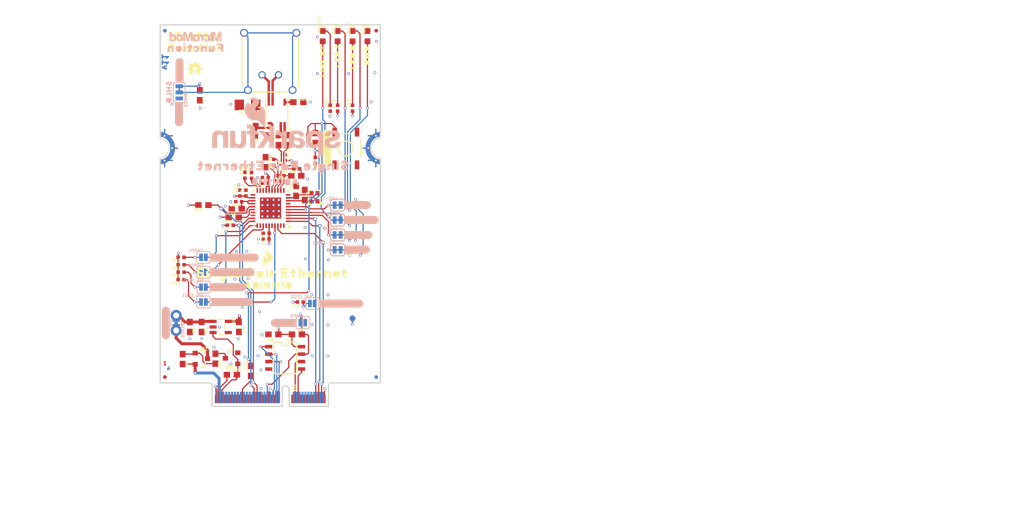
<source format=kicad_pcb>
(kicad_pcb (version 20211014) (generator pcbnew)
  (layers (0 "F.Cu" signal) (1 "In1.Cu" signal) (2 "In2.Cu" signal) (31 "B.Cu" signal) (34 "B.Paste" user) (35 "F.Paste" user) (36 "B.SilkS" user "B.Silkscreen") (37 "F.SilkS" user "F.Silkscreen") (38 "B.Mask" user) (39 "F.Mask" user) (44 "Edge.Cuts" user))
  (net 0 "")
  (net 1 "SPI_SCK")
  (net 2 "GND")
  (net 3 "3.3V")
  (net 4 "SPI_PICO")
  (net 5 "SPI_POCI/SPI_CFG0")
  (net 6 "N$2")
  (net 7 "N$1")
  (net 8 "VCC_IN")
  (net 9 "PWR_EN")
  (net 10 "N$11")
  (net 11 "3.3V_IN")
  (net 12 "A0")
  (net 13 "A2")
  (net 14 "A1")
  (net 15 "I2C_SCL")
  (net 16 "I2C_SDA")
  (net 17 "N$19")
  (net 18 "N$20")
  (net 19 "EWP")
  (net 20 "N$12")
  (net 21 "N$14")
  (net 22 "~{INT}")
  (net 23 "~{CS}")
  (net 24 "SPI_CFG1")
  (net 25 "N$15")
  (net 26 "1.1V")
  (net 27 "N$18")
  (net 28 "N$21")
  (net 29 "N$22")
  (net 30 "~{TX2P4_EN}")
  (net 31 "~{SWPD_EN}")
  (net 32 "MS_SEL")
  (net 33 "N$25")
  (net 34 "N$26")
  (net 35 "N$27")
  (net 36 "N$28")
  (net 37 "N$29")
  (net 38 "N$23")
  (net 39 "N$30")
  (net 40 "LED_1")
  (net 41 "N$33")
  (net 42 "LED_0")
  (net 43 "LINK_ST")
  (net 44 "N$24")
  (net 45 "N$31")
  (net 46 "N$35")
  (net 47 "N$36")
  (net 48 "N$37")
  (net 49 "N$38")
  (net 50 "N$32")
  (net 51 "N$34")
  (net 52 "N$41")
  (net 53 "N$43")
  (net 54 "N$3")
  (net 55 "DA-")
  (net 56 "DA+")
  (net 57 "N$4")
  (net 58 "N$7")
  (net 59 "N$8")
  (net 60 "N$5")
  (net 61 "N$6")
  (net 62 "N$9")
  (net 63 "N$10")
  (net 64 "N$13")
  (net 65 "~{RESET}")
  (footprint "boardEagle:LINK_ST15" (layer "F.Cu") (at 157.44194 78.6182 90)
    (fp_text reference "U$27" hide)
    (fp_text value "" hide)
  )
  (footprint "boardEagle:0402-TIGHT" (layer "F.Cu") (at 162.5219 103.2136)
    (fp_text reference "R18")
    (fp_text value "4.7k")
  )
  (footprint "boardEagle:CREATIVE_COMMONS" (layer "F.Cu") (at 122.7819 152.2736)
    (fp_text reference "FRAME1" hide)
    (fp_text value "FRAME-LEDGER" hide)
  )
  (footprint "boardEagle:PWR0" (layer "F.Cu") (at 165.03094 77.6542 90)
    (fp_text reference "U$7" hide)
    (fp_text value "" hide)
  )
  (footprint "boardEagle:0603" (layer "F.Cu") (at 149.905718 92.146819 90)
    (fp_text reference "C2")
    (fp_text value "0.22uF")
  )
  (footprint "boardEagle:SOT23-3" (layer "F.Cu") (at 136.713462 129.3812 -90)
    (fp_text reference "Q2")
    (fp_text value "20V/4.2A/52mΩ/1.4W")
  )
  (footprint "boardEagle:0603" (layer "F.Cu") (at 134.8029 123.9736 -90)
    (fp_text reference "C8")
    (fp_text value "1.0uF")
  )
  (footprint "boardEagle:LFCSP-40" (layer "F.Cu") (at 148.5519 103.7216 180)
    (fp_text reference "U1")
    (fp_text value "ADIN1110")
  )
  (footprint "boardEagle:0402-TIGHT" (layer "F.Cu") (at 143.33474 101.155819 90)
    (fp_text reference "C10")
    (fp_text value "0.1uF")
  )
  (footprint "boardEagle:0402-TIGHT" (layer "F.Cu") (at 159.9819 86.7036 90)
    (fp_text reference "R20")
    (fp_text value "1k")
  )
  (footprint "boardEagle:0402-TIGHT" (layer "F.Cu") (at 141.6939 106.6426 180)
    (fp_text reference "R25")
    (fp_text value "4.7k")
  )
  (footprint "boardEagle:0603" (layer "F.Cu") (at 146.024596 88.908322 90)
    (fp_text reference "R23")
    (fp_text value "100Ω")
  )
  (footprint "boardEagle:TP_15TH" (layer "F.Cu") (at 156.098237 105.61136)
    (fp_text reference "CIPO0" hide)
    (fp_text value "" hide)
  )
  (footprint "boardEagle:0603" (layer "F.Cu") (at 139.1539 129.3756 -90)
    (fp_text reference "R26")
    (fp_text value "100")
  )
  (footprint "boardEagle:TACTILE_SWITCH_SMD_5.2MM" (layer "F.Cu") (at 161.3789 93.5616 -90)
    (fp_text reference "S1")
    (fp_text value "RESET")
  )
  (footprint "boardEagle:0402-TIGHT" (layer "F.Cu") (at 150.314659 98.1971)
    (fp_text reference "R5")
    (fp_text value "10.2k")
  )
  (footprint "boardEagle:0603" (layer "F.Cu") (at 143.1699 123.9636 -90)
    (fp_text reference "C9")
    (fp_text value "1.0uF")
  )
  (footprint "boardEagle:SOT23-5" (layer "F.Cu") (at 140.0569 123.9736 -90)
    (fp_text reference "U3")
    (fp_text value "3.3V")
  )
  (footprint "boardEagle:0402-TIGHT" (layer "F.Cu") (at 133.3119 112.1036 180)
    (fp_text reference "R12")
    (fp_text value "4.7k")
  )
  (footprint "boardEagle:0402-TIGHT" (layer "F.Cu") (at 147.810215 108.016741 180)
    (fp_text reference "C17")
    (fp_text value "10nF")
  )
  (footprint "boardEagle:OSHW-LOGO-MINI" (layer "F.Cu") (at 135.6619 79.9736)
    (fp_text reference "LOGO3" hide)
    (fp_text value "OSHW-LOGOMINI" hide)
  )
  (footprint "boardEagle:0603" (layer "F.Cu") (at 147.708621 95.903475 -90)
    (fp_text reference "R1")
    (fp_text value "49.9")
  )
  (footprint "boardEagle:0603" (layer "F.Cu") (at 145.194018 131.463479 90)
    (fp_text reference "R29")
    (fp_text value "100Ω")
  )
  (footprint "boardEagle:LED-0603" (layer "F.Cu") (at 159.98194 74.4272 90)
    (fp_text reference "LED_1")
    (fp_text value "Yellow")
  )
  (footprint "boardEagle:LED_14" (layer "F.Cu") (at 159.98194 77.8562 90)
    (fp_text reference "U$25" hide)
    (fp_text value "" hide)
  )
  (footprint "boardEagle:0402-TIGHT" (layer "F.Cu") (at 144.180562 98.1336 90)
    (fp_text reference "C19")
    (fp_text value "1.0uF")
  )
  (footprint "boardEagle:LED-0603" (layer "F.Cu") (at 162.52194 74.4272 90)
    (fp_text reference "LED_0")
    (fp_text value "Green")
  )
  (footprint "boardEagle:0603" (layer "F.Cu") (at 133.584459 129.4386 -90)
    (fp_text reference "R7")
    (fp_text value "10k")
  )
  (footprint "boardEagle:SINGLE_PAIR_ETHERNET0" (layer "F.Cu") (at 148.9329 114.7706)
    (fp_text reference "U$17" hide)
    (fp_text value "" hide)
  )
  (footprint "boardEagle:0603" (layer "F.Cu") (at 154.3773 101.475022 90)
    (fp_text reference "C5")
    (fp_text value "10pF")
  )
  (footprint "boardEagle:0603" (layer "F.Cu") (at 152.908581 100.786679 90)
    (fp_text reference "C6")
    (fp_text value "10pF")
  )
  (footprint "boardEagle:TP_15TH" (layer "F.Cu") (at 140.1572 103.805422)
    (fp_text reference "INT0" hide)
    (fp_text value "" hide)
  )
  (footprint "boardEagle:TP_15TH" (layer "F.Cu") (at 157.528259 109.583916)
    (fp_text reference "SPI0" hide)
    (fp_text value "" hide)
  )
  (footprint "boardEagle:LED-0603" (layer "F.Cu") (at 165.06194 74.4272 90)
    (fp_text reference "PWR0")
    (fp_text value "Red")
  )
  (footprint "boardEagle:0402-TIGHT" (layer "F.Cu") (at 147.6629 98.517138 180)
    (fp_text reference "C13")
    (fp_text value "0.1uF")
  )
  (footprint "boardEagle:0603" (layer "F.Cu") (at 137.1219 103.2136 180)
    (fp_text reference "R24")
    (fp_text value "1.5k")
  )
  (footprint "boardEagle:SFE_LOGO_FLAME_.1" (layer "F.Cu") (at 148.0439 112.3576)
    (fp_text reference "U$5" hide)
    (fp_text value "" hide)
  )
  (footprint "boardEagle:FIDUCIAL-MICRO" (layer "F.Cu") (at 166.5519 73.5036 90)
    (fp_text reference "FD2" hide)
    (fp_text value "FIDUCIALUFIDUCIAL" hide)
  )
  (footprint "boardEagle:WE_STST_TRANSFORMER_1_1_SMD_3.2X4.7MM_74930030" (layer "F.Cu") (at 149.600918 87.66626 90)
    (fp_text reference "T1")
    (fp_text value "WE-STST")
  )
  (footprint "boardEagle:ORDERING_INSTRUCTIONS" (layer "F.Cu") (at 175.2219 76.5436)
    (fp_text reference "LOGO2" hide)
    (fp_text value "SPECIAL_INSTRUCTIONS-ORDERING" hide)
  )
  (footprint "boardEagle:0402-TIGHT" (layer "F.Cu") (at 162.5219 108.2936)
    (fp_text reference "R17")
    (fp_text value "4.7k")
  )
  (footprint "boardEagle:0603" (layer "F.Cu") (at 141.962137 132.10786)
    (fp_text reference "R22")
    (fp_text value "10k")
  )
  (footprint "boardEagle:MICROMOD_LOGO_.35" (layer "F.Cu") (at 135.6539 74.4656)
    (fp_text reference "U$63" hide)
    (fp_text value "" hide)
  )
  (footprint "boardEagle:0402-TIGHT" (layer "F.Cu") (at 162.5219 105.7536)
    (fp_text reference "R19")
    (fp_text value "4.7k")
  )
  (footprint "boardEagle:FUNCTION0" (layer "F.Cu") (at 135.9079 76.4156)
    (fp_text reference "U$26" hide)
    (fp_text value "" hide)
  )
  (footprint "boardEagle:0402-TIGHT" (layer "F.Cu") (at 153.6319 119.7236 180)
    (fp_text reference "R16")
    (fp_text value "4.7k")
  )
  (footprint "boardEagle:0603" (layer "F.Cu") (at 152.93594 98.219966 180)
    (fp_text reference "R2")
    (fp_text value "49.9")
  )
  (footprint "boardEagle:TP_15TH" (layer "F.Cu") (at 156.938981 106.7442)
    (fp_text reference "COPI0" hide)
    (fp_text value "" hide)
  )
  (footprint "boardEagle:FIDUCIAL-MICRO" (layer "F.Cu") (at 130.5519 132.5036 90)
    (fp_text reference "FD1" hide)
    (fp_text value "FIDUCIALUFIDUCIAL" hide)
  )
  (footprint "boardEagle:0402-TIGHT" (layer "F.Cu") (at 147.794984 108.974316 180)
    (fp_text reference "C16")
    (fp_text value "0.1uF")
  )
  (footprint "boardEagle:0402-TIGHT" (layer "F.Cu") (at 133.3119 113.3736 180)
    (fp_text reference "R13")
    (fp_text value "4.7k")
  )
  (footprint "boardEagle:0603" (layer "F.Cu") (at 151.363678 92.146819 90)
    (fp_text reference "C1")
    (fp_text value "0.22uF")
  )
  (footprint "boardEagle:0402-TIGHT" (layer "F.Cu") (at 149.07514 95.906019 90)
    (fp_text reference "R3")
    (fp_text value "5.1k")
  )
  (footprint "boardEagle:WE_TVS_1.0X1.2MM" (layer "F.Cu") (at 150.804881 95.128788)
    (fp_text reference "U4")
    (fp_text value "WE-TVS")
  )
  (footprint "boardEagle:0603" (layer "F.Cu") (at 142.788643 103.833363 180)
    (fp_text reference "C11")
    (fp_text value "0.68uF")
  )
  (footprint "boardEagle:0603" (layer "F.Cu") (at 156.1719 91.7836 90)
    (fp_text reference "R27")
    (fp_text value "4.7k")
  )
  (footprint "boardEagle:LED_03" (layer "F.Cu") (at 162.52194 77.9832 90)
    (fp_text reference "U$23" hide)
    (fp_text value "" hide)
  )
  (footprint "boardEagle:#RESET#0" (layer "F.Cu") (at 158.2039 93.4346 90)
    (fp_text reference "U$1" hide)
    (fp_text value "" hide)
  )
  (footprint "boardEagle:0603" (layer "F.Cu") (at 136.8029 123.9736 -90)
    (fp_text reference "C3")
    (fp_text value "0.1uF")
  )
  (footprint "boardEagle:SOT23-3" (layer "F.Cu") (at 141.967221 129.306504 90)
    (fp_text reference "Q1")
    (fp_text value "220mA/50V/3.5Ω")
  )
  (footprint "boardEagle:1206" (layer "F.Cu") (at 144.632678 86.142257 180)
    (fp_text reference "C20")
    (fp_text value "1.0nF/2kV")
  )
  (footprint "boardEagle:0402-TIGHT" (layer "F.Cu") (at 154.9019 91.7836 -90)
    (fp_text reference "R28")
    (fp_text value "100k")
  )
  (footprint "boardEagle:0603" (layer "F.Cu") (at 136.5019 84.5036 -90)
    (fp_text reference "C7")
    (fp_text value "3.3nF")
  )
  (footprint "boardEagle:SO08" (layer "F.Cu") (at 151.0419 129.2336 -90)
    (fp_text reference "U2")
    (fp_text value "EEPROM")
  )
  (footprint "boardEagle:0402-TIGHT" (layer "F.Cu") (at 162.5219 86.7036 90)
    (fp_text reference "R11")
    (fp_text value "1k")
  )
  (footprint "boardEagle:0805" (layer "F.Cu") (at 146.923759 91.400057 180)
    (fp_text reference "C22")
    (fp_text value "470nF/100V")
  )
  (footprint "boardEagle:0603" (layer "F.Cu") (at 142.2781 105.298938 180)
    (fp_text reference "R10")
    (fp_text value "1.5k")
  )
  (footprint "boardEagle:0603" (layer "F.Cu") (at 153.291537 85.682522)
    (fp_text reference "C21")
    (fp_text value "0.1uF/50V")
  )
  (footprint "boardEagle:0402-TIGHT" (layer "F.Cu") (at 156.1719 95.5936 -90)
    (fp_text reference "C23")
    (fp_text value "0.1uF")
  )
  (footprint "boardEagle:0402-TIGHT" (layer "F.Cu") (at 133.3119 114.6436 180)
    (fp_text reference "R14")
    (fp_text value "4.7k")
  )
  (footprint "boardEagle:0402-TIGHT" (layer "F.Cu") (at 153.001978 97.038866 180)
    (fp_text reference "R4")
    (fp_text value "5.1k")
  )
  (footprint "boardEagle:0402-TIGHT" (layer "F.Cu") (at 133.3119 115.9136 180)
    (fp_text reference "R15")
    (fp_text value "4.7k")
  )
  (footprint "boardEagle:LED-0603" (layer "F.Cu") (at 157.44194 74.4272 90)
    (fp_text reference "LINK_ST0")
    (fp_text value "Blue")
  )
  (footprint "boardEagle:0402-TIGHT" (layer "F.Cu") (at 144.35074 101.163819 90)
    (fp_text reference "C12")
    (fp_text value "10nF")
  )
  (footprint "boardEagle:0402-TIGHT" (layer "F.Cu") (at 162.5219 110.8336 180)
    (fp_text reference "R9")
    (fp_text value "1k")
  )
  (footprint "boardEagle:CRYSTAL-SMD-2.0X1.6MM-WE" (layer "F.Cu") (at 156.0419 101.8716 90)
    (fp_text reference "Y1")
    (fp_text value "25MHz")
  )
  (footprint "boardEagle:0603" (layer "F.Cu") (at 149.0419 125.2336 180)
    (fp_text reference "C4")
    (fp_text value "0.1uF")
  )
  (footprint "boardEagle:TP_15TH" (layer "F.Cu") (at 143.159478 106.673082)
    (fp_text reference "CS0" hide)
    (fp_text value "" hide)
  )
  (footprint "boardEagle:ADIN11100" (layer "F.Cu") (at 148.1639 116.9056)
    (fp_text reference "U$4" hide)
    (fp_text value "" hide)
  )
  (footprint "boardEagle:0402-TIGHT" (layer "F.Cu") (at 158.7119 86.7036 90)
    (fp_text reference "R21")
    (fp_text value "1k")
  )
  (footprint "boardEagle:0603" (layer "F.Cu") (at 153.0419 125.2336)
    (fp_text reference "R8")
    (fp_text value "10k")
  )
  (footprint "boardEagle:0402-TIGHT" (layer "F.Cu") (at 149.791421 99.116582)
    (fp_text reference "R6")
    (fp_text value "10.2k")
  )
  (footprint "boardEagle:0402-TIGHT" (layer "F.Cu") (at 143.13154 102.6294 180)
    (fp_text reference "C15")
    (fp_text value "0.1uF")
  )
  (footprint "boardEagle:M.2-CARD-E-22_FUNCTION_STANDARD" (layer "F.Cu") (at 148.5019 137.5036)
    (fp_text reference "J2" hide)
    (fp_text value "MICROMOD_FUNCTION_STANDARD" hide)
    (fp_arc (start 18.747999 -42.269999) (mid 17.247963 -43.998769) (end 18.744 -45.731) (layer "Edge.Cuts") (width 0.05))
    (fp_arc (start -18.747 -45.733) (mid -17.251744 -44.002864) (end -18.744998 -42.270999) (layer "Edge.Cuts") (width 0.05))
  )
  (footprint "boardEagle:0402-TIGHT" (layer "F.Cu") (at 147.673059 99.474722 180)
    (fp_text reference "C14")
    (fp_text value "10nF")
  )
  (footprint "boardEagle:T1_INDUSTRIAL_JACK_AH_IP20" (layer "F.Cu") (at 148.5019 72.5036 180)
    (fp_text reference "J1" hide)
    (fp_text value "IP20(RJ50)" hide)
  )
  (footprint "boardEagle:0402-TIGHT" (layer "F.Cu") (at 145.323562 98.15646 90)
    (fp_text reference "C18")
    (fp_text value "0.1uF")
  )
  (footprint "boardEagle:SFE_LOGO_NAME_FLAME_.2" (layer "B.Cu") (at 149.4409 92.2916 180)
    (fp_text reference "LOGO1" hide)
    (fp_text value "SFE_LOGO_NAME_FLAME.2_INCH" hide)
  )
  (footprint "boardEagle:SMT-JUMPER_2_NC_TRACE_SILK" (layer "B.Cu") (at 159.9819 103.2136 180)
    (fp_text reference "LED-1")
    (fp_text value "JUMPER-SMT_2_NC_TRACE_SILK")
  )
  (footprint "boardEagle:SMT-JUMPER_2_NO_SILK" (layer "B.Cu") (at 155.6639 119.9776 180)
    (fp_text reference "SPI_CFG0")
    (fp_text value "")
  )
  (footprint "boardEagle:SHLD11" (layer "B.Cu") (at 131.2519 84.0536 -90)
    (fp_text reference "U$8" hide)
    (fp_text value "" hide)
  )
  (footprint "boardEagle:#MS_SEL#2" (layer "B.Cu") (at 141.1859 117.1836 180)
    (fp_text reference "U$15" hide)
    (fp_text value "" hide)
  )
  (footprint "boardEagle:SMT-JUMPER_2_NO_SILK" (layer "B.Cu") (at 137.1219 119.7236 180)
    (fp_text reference "SPI_CFG1")
    (fp_text value "")
  )
  (footprint "boardEagle:#EWP#18" (layer "B.Cu") (at 150.9649 123.2796 180)
    (fp_text reference "U$9" hide)
    (fp_text value "" hide)
  )
  (footprint "boardEagle:#CAP#17" (layer "B.Cu") (at 133.0519 80.4036 -90)
    (fp_text reference "U$12" hide)
    (fp_text value "" hide)
  )
  (footprint "boardEagle:SMT-JUMPER_2_NC_TRACE_SILK" (layer "B.Cu") (at 159.9819 108.2936 180)
    (fp_text reference "LED-0")
    (fp_text value "JUMPER-SMT_2_NC_TRACE_SILK")
  )
  (footprint "boardEagle:COMBO-JUMPER_2_NC_TRACE" (layer "B.Cu") (at 132.4719 123.2836 90)
    (fp_text reference "MEAS0")
    (fp_text value "JUMPER-COMBO_2_NC_TRACE")
  )
  (footprint "boardEagle:#PWR#19" (layer "B.Cu") (at 163.1319 110.8036 180)
    (fp_text reference "U$6" hide)
    (fp_text value "" hide)
  )
  (footprint "boardEagle:PAD.03X.04" (layer "B.Cu") (at 162.5019 122.5036 180)
    (fp_text reference "TP1" hide)
    (fp_text value "TEST-POINT3X4" hide)
  )
  (footprint "boardEagle:#LED1#21" (layer "B.Cu") (at 163.2119 103.1936 180)
    (fp_text reference "U$29" hide)
    (fp_text value "" hide)
  )
  (footprint "boardEagle:FUNCTION0" (layer "B.Cu") (at 135.6689 76.4156 180)
    (fp_text reference "U$24" hide)
    (fp_text value "" hide)
  )
  (footprint "boardEagle:#LED0#20" (layer "B.Cu") (at 163.3419 108.3136 180)
    (fp_text reference "U$10" hide)
    (fp_text value "" hide)
  )
  (footprint "boardEagle:#SPI_CFG1#0" (layer "B.Cu") (at 141.6939 119.7236 180)
    (fp_text reference "U$14" hide)
    (fp_text value "" hide)
  )
  (footprint "boardEagle:##SWPD_EN##4" (layer "B.Cu") (at 141.853918 114.6436 180)
    (fp_text reference "U$22" hide)
    (fp_text value "" hide)
  )
  (footprint "boardEagle:MICROMOD_LOGO_.35" (layer "B.Cu") (at 135.8179 74.5326 180)
    (fp_text reference "U$37" hide)
    (fp_text value "" hide)
  )
  (footprint "boardEagle:ADIN11100" (layer "B.Cu") (at 149.3109 99.2456 180)
    (fp_text reference "U$21" hide)
    (fp_text value "" hide)
  )
  (footprint "boardEagle:SINGLE_PAIR_ETHERNET0" (layer "B.Cu") (at 148.8059 96.4826 180)
    (fp_text reference "U$18" hide)
    (fp_text value "" hide)
  )
  (footprint "boardEagle:SMT-JUMPER_2_NO_SILK" (layer "B.Cu") (at 154.0419 123.2336 180)
    (fp_text reference "EWP0")
    (fp_text value "JUMPER-SMT_2_NO_SILK")
  )
  (footprint "boardEagle:##TX2P4_EN##4" (layer "B.Cu") (at 142.173959 112.15186 180)
    (fp_text reference "U$13" hide)
    (fp_text value "" hide)
  )
  (footprint "boardEagle:SMT-JUMPER_2_NC_TRACE_SILK" (layer "B.Cu") (at 159.9819 105.7536 180)
    (fp_text reference "LED-LINK0")
    (fp_text value "JUMPER-SMT_2_NC_TRACE_SILK")
  )
  (footprint "boardEagle:SMT-JUMPER_2_NC_TRACE_SILK" (layer "B.Cu") (at 159.9819 110.8336 180)
    (fp_text reference "LED-PWR0")
    (fp_text value "JUMPER-SMT_2_NC_TRACE_SILK")
  )
  (footprint "boardEagle:#MEAS#3" (layer "B.Cu") (at 130.716759 120.514138 -90)
    (fp_text reference "U$28" hide)
    (fp_text value "" hide)
  )
  (footprint "boardEagle:SMT-JUMPER_2_NO_SILK" (layer "B.Cu") (at 137.1219 112.1036 180)
    (fp_text reference "TX2P4")
    (fp_text value "")
  )
  (footprint "boardEagle:SMT-JUMPER_3_1-NC_TRACE_SILK" (layer "B.Cu") (at 133.0019 84.0036 90)
    (fp_text reference "SHLD0")
    (fp_text value "")
  )
  (footprint "boardEagle:#GND#16" (layer "B.Cu") (at 132.9519 87.5536 -90)
    (fp_text reference "U$11" hide)
    (fp_text value "" hide)
  )
  (footprint "boardEagle:#LINKST#2" (layer "B.Cu") (at 163.663937 105.7509 180)
    (fp_text reference "U$31" hide)
    (fp_text value "" hide)
  )
  (footprint "boardEagle:SMT-JUMPER_2_NO_SILK" (layer "B.Cu") (at 137.1219 114.6436 180)
    (fp_text reference "SWPD0")
    (fp_text value "")
  )
  (footprint "boardEagle:FIDUCIAL-MICRO" (layer "B.Cu") (at 130.5519 73.5036 -90)
    (fp_text reference "FD4" hide)
    (fp_text value "FIDUCIALUFIDUCIAL" hide)
  )
  (footprint "boardEagle:#SPI_CFG0#0" (layer "B.Cu") (at 160.3629 119.9776 180)
    (fp_text reference "U$16" hide)
    (fp_text value "" hide)
  )
  (footprint "boardEagle:FIDUCIAL-MICRO" (layer "B.Cu") (at 166.5519 132.5036 -90)
    (fp_text reference "FD3" hide)
    (fp_text value "FIDUCIALUFIDUCIAL" hide)
  )
  (footprint "boardEagle:SMT-JUMPER_2_NO_SILK" (layer "B.Cu") (at 137.1219 117.1836 180)
    (fp_text reference "MS_SEL0")
    (fp_text value "")
  )
  (gr_arc (start 150.5269 134.6036) (mid 151.126901 134.003079) (end 151.7269 134.603602) (layer "Edge.Cuts") (width 0.2032))
  (gr_line (start 158.4269 137.5036) (end 158.4269 134.0036) (layer "Edge.Cuts") (width 0.2032))
  (gr_line (start 150.5269 137.5036) (end 138.5769 137.5036) (layer "Edge.Cuts") (width 0.2032))
  (gr_line (start 138.0519 133.5036) (end 129.7559 133.5036) (layer "Edge.Cuts") (width 0.2032))
  (gr_line (start 158.4269 137.5036) (end 151.7269 137.5036) (layer "Edge.Cuts") (width 0.2032))
  (gr_arc (start 167.2463 95.238) (mid 165.731586 93.5108) (end 167.2463 91.7836) (layer "Edge.Cuts") (width 0.1016))
  (gr_arc (start 138.0519 133.5036) (mid 138.417953 133.644869) (end 138.5769 134.0036) (layer "Edge.Cuts") (width 0.2032))
  (gr_arc (start 158.4269 134.0036) (mid 158.560847 133.655224) (end 158.9019 133.5036) (layer "Edge.Cuts") (width 0.2032))
  (gr_line (start 138.5769 137.5036) (end 138.5769 134.0036) (layer "Edge.Cuts") (width 0.2032))
  (gr_line (start 167.2463 72.5036) (end 129.7559 72.5036) (layer "Edge.Cuts") (width 0.2032))
  (gr_line (start 150.5269 137.5036) (end 150.5269 134.6036) (layer "Edge.Cuts") (width 0.2032))
  (gr_line (start 129.7559 72.5036) (end 129.7559 91.7836) (layer "Edge.Cuts") (width 0.2032))
  (gr_line (start 129.7559 95.2126) (end 129.7559 133.5036) (layer "Edge.Cuts") (width 0.2032))
  (gr_line (start 167.2463 133.5036) (end 167.2463 95.238) (layer "Edge.Cuts") (width 0.2032))
  (gr_line (start 167.2463 91.7836) (end 167.2463 72.5036) (layer "Edge.Cuts") (width 0.2032))
  (gr_arc (start 129.7559 91.7836) (mid 131.259475 93.498101) (end 129.755898 95.2126) (layer "Edge.Cuts") (width 0.1016))
  (gr_line (start 151.7269 137.5036) (end 151.7269 134.6036) (layer "Edge.Cuts") (width 0.2032))
  (gr_line (start 158.9019 133.5036) (end 167.2463 133.5036) (layer "Edge.Cuts") (width 0.2032))
  (gr_text "1" (at 130.172459 130.521141) (layer "F.Cu") (effects (font (size 0.6096 0.6096) (thickness 0.2032)) (justify left bottom)))
  (gr_text "v11" (at 130.567018 78.803022 -90) (layer "B.Cu") (effects (font (size 1.016 1.016) (thickness 0.254)) (justify mirror)))
  (gr_text "4" (at 131.569459 131.410141) (layer "B.Cu") (effects (font (size 0.6096 0.6096) (thickness 0.2032)) (justify left bottom mirror)))
  (segment (start 156.016856 108.057138) (end 157.528259 109.568541) (width 0.2032) (layer "F.Cu") (net 1))
  (segment (start 157.2519 133.713419) (end 157.284418 133.6809) (width 0.2032) (layer "F.Cu") (net 1))
  (segment (start 150.474437 108.057138) (end 156.016856 108.057138) (width 0.2032) (layer "F.Cu") (net 1))
  (segment (start 157.2519 136.2286) (end 157.2519 133.713419) (width 0.2032) (layer "F.Cu") (net 1))
  (segment (start 149.8019 107.3846) (end 149.8019 106.7216) (width 0.2032) (layer "F.Cu") (net 1))
  (segment (start 157.528259 109.568541) (end 157.528259 109.583916) (width 0.2032) (layer "F.Cu") (net 1))
  (segment (start 150.474437 108.057138) (end 149.8019 107.3846) (width 0.2032) (layer "F.Cu") (net 1))
  (via (at 157.284418 133.6809) (size 0.4572) (drill 0.3048) (layers "F.Cu" "B.Cu") (net 1))
  (segment (start 157.528259 109.583916) (end 157.528259 133.43706) (width 0.2032) (layer "B.Cu") (net 1))
  (segment (start 157.284418 133.6809) (end 157.528259 133.43706) (width 0.2032) (layer "B.Cu") (net 1))
  (segment (start 157.7519 136.2286) (end 157.7519 134.9203) (width 0.2032) (layer "F.Cu") (net 2))
  (segment (start 148.2519 136.2286) (end 148.2519 135.055319) (width 0.2032) (layer "F.Cu") (net 2))
  (segment (start 139.2519 136.2286) (end 139.2519 134.2433) (width 0.2032) (layer "F.Cu") (net 2))
  (segment (start 152.110418 95.603788) (end 152.112981 95.601225) (width 0.2032) (layer "F.Cu") (net 2))
  (segment (start 149.7519 134.96756) (end 149.83714 134.882319) (width 0.2032) (layer "F.Cu") (net 2))
  (segment (start 148.2519 135.055319) (end 148.305518 135.0017) (width 0.2032) (layer "F.Cu") (net 2))
  (segment (start 151.204881 95.603788) (end 152.110418 95.603788) (width 0.2032) (layer "F.Cu") (net 2))
  (segment (start 146.7519 135.104982) (end 146.817081 135.0398) (width 0.2032) (layer "F.Cu") (net 2))
  (segment (start 149.7519 136.2286) (end 149.7519 134.96756) (width 0.2032) (layer "F.Cu") (net 2))
  (segment (start 146.7519 136.2286) (end 146.7519 135.104982) (width 0.2032) (layer "F.Cu") (net 2))
  (segment (start 148.5519 103.7216) (end 149.0599 104.2296) (width 0.2032) (layer "F.Cu") (net 2))
  (segment (start 139.2519 134.2433) (end 139.446 134.0492) (width 0.2032) (layer "F.Cu") (net 2))
  (via (at 155.608359 123.590597) (size 0.4572) (drill 0.3048) (layers "F.Cu" "B.Cu") (net 2))
  (via (at 149.9489 105.1186) (size 0.4572) (drill 0.3048) (layers "F.Cu" "B.Cu") (net 2))
  (via (at 166.311581 80.660944) (size 0.4572) (drill 0.3048) (layers "F.Cu" "B.Cu") (net 2))
  (via (at 147.1549 105.1186) (size 0.4572) (drill 0.3048) (layers "F.Cu" "B.Cu") (net 2))
  (via (at 156.532581 80.787944) (size 0.4572) (drill 0.3048) (layers "F.Cu" "B.Cu") (net 2))
  (via (at 161.866581 80.787944) (size 0.4572) (drill 0.3048) (layers "F.Cu" "B.Cu") (net 2))
  (via (at 139.875259 124.008579) (size 0.4572) (drill 0.3048) (layers "F.Cu" "B.Cu") (net 2))
  (via (at 148.0439 102.3246) (size 0.4572) (drill 0.3048) (layers "F.Cu" "B.Cu") (net 2))
  (via (at 144.787621 96.508004) (size 0.4572) (drill 0.3048) (layers "F.Cu" "B.Cu") (net 2))
  (via (at 146.491959 108.959082) (size 0.4572) (drill 0.3048) (layers "F.Cu" "B.Cu") (net 2))
  (via (at 147.1549 102.3246) (size 0.4572) (drill 0.3048) (layers "F.Cu" "B.Cu") (net 2))
  (via (at 158.412118 112.521879) (size 0.4572) (drill 0.3048) (layers "F.Cu" "B.Cu") (net 2))
  (via (at 131.8019 86.0036) (size 0.4572) (drill 0.3048) (layers "F.Cu" "B.Cu") (net 2))
  (via (at 142.7444 111.139338) (size 0.4572) (drill 0.3048) (layers "F.Cu" "B.Cu") (net 2))
  (via (at 138.904981 127.429957) (size 0.4572) (drill 0.3048) (layers "F.Cu" "B.Cu") (net 2))
  (via (at 157.818359 134.480597) (size 0.4572) (drill 0.3048) (layers "F.Cu" "B.Cu") (net 2))
  (via (at 141.784278 130.257916) (size 0.4572) (drill 0.3048) (layers "F.Cu" "B.Cu") (net 2))
  (via (at 156.532581 74.564944) (size 0.4572) (drill 0.3048) (layers "F.Cu" "B.Cu") (net 2))
  (via (at 139.188359 134.090597) (size 0.4572) (drill 0.3048) (layers "F.Cu" "B.Cu") (net 2))
  (via (at 149.0599 103.2136) (size 0.4572) (drill 0.3048) (layers "F.Cu" "B.Cu") (net 2))
  (via (at 157.843159 107.185341) (size 0.4572) (drill 0.3048) (layers "F.Cu" "B.Cu") (net 2))
  (via (at 154.881578 98.771144) (size 0.4572) (drill 0.3048) (layers "F.Cu" "B.Cu") (net 2))
  (via (at 143.139162 99.774441) (size 0.4572) (drill 0.3048) (layers "F.Cu" "B.Cu") (net 2))
  (via (at 148.498359 134.530597) (size 0.4572) (drill 0.3048) (layers "F.Cu" "B.Cu") (net 2))
  (via (at 147.0914 125.314141) (size 0.4572) (drill 0.3048) (layers "F.Cu" "B.Cu") (net 2))
  (via (at 136.5519 86.7536) (size 0.4572) (drill 0.3048) (layers "F.Cu" "B.Cu") (net 2))
  (via (at 149.0599 102.3246) (size 0.4572) (drill 0.3048) (layers "F.Cu" "B.Cu") (net 2))
  (via (at 146.699178 121.380616) (size 0.4572) (drill 0.3048) (layers "F.Cu" "B.Cu") (net 2))
  (via (at 158.324759 128.949816) (size 0.4572) (drill 0.3048) (layers "F.Cu" "B.Cu") (net 2))
  (via (at 140.840465 103.38886) (size 0.4572) (drill 0.3048) (layers "F.Cu" "B.Cu") (net 2))
  (via (at 158.343018 118.505835) (size 0.4572) (drill 0.3048) (layers "F.Cu" "B.Cu") (net 2))
  (via (at 147.1549 103.2136) (size 0.4572) (drill 0.3048) (layers "F.Cu" "B.Cu") (net 2))
  (via (at 146.898359 131.280597) (size 0.4572) (drill 0.3048) (layers "F.Cu" "B.Cu") (net 2))
  (via (at 148.0439 104.2296) (size 0.4572) (drill 0.3048) (layers "F.Cu" "B.Cu") (net 2))
  (via (at 144.507159 111.070757) (size 0.4572) (drill 0.3048) (layers "F.Cu" "B.Cu") (net 2))
  (via (at 154.493781 112.349316) (size 0.4572) (drill 0.3048) (layers "F.Cu" "B.Cu") (net 2))
  (via (at 144.743378 115.757057) (size 0.4572) (drill 0.3048) (layers "F.Cu" "B.Cu") (net 2))
  (via (at 166.565581 75.326944) (size 0.4572) (drill 0.3048) (layers "F.Cu" "B.Cu") (net 2))
  (via (at 152.112981 95.601225) (size 0.4572) (drill 0.3048) (layers "F.Cu" "B.Cu") (net 2))
  (via (at 146.938359 134.450597) (size 0.4572) (drill 0.3048) (layers "F.Cu" "B.Cu") (net 2))
  (via (at 142.465 115.823097) (size 0.4572) (drill 0.3048) (layers "F.Cu" "B.Cu") (net 2))
  (via (at 165.676581 85.613944) (size 0.4572) (drill 0.3048) (layers "F.Cu" "B.Cu") (net 2))
  (via (at 146.432481 128.878697) (size 0.4572) (drill 0.3048) (layers "F.Cu" "B.Cu") (net 2))
  (via (at 149.0599 104.2296) (size 0.4572) (drill 0.3048) (layers "F.Cu" "B.Cu") (net 2))
  (via (at 148.0439 103.2136) (size 0.4572) (drill 0.3048) (layers "F.Cu" "B.Cu") (net 2))
  (via (at 149.9489 104.2296) (size 0.4572) (drill 0.3048) (layers "F.Cu" "B.Cu") (net 2))
  (via (at 158.34 123.670597) (size 0.4572) (drill 0.3048) (layers "F.Cu" "B.Cu") (net 2))
  (via (at 149.9489 102.3246) (size 0.4572) (drill 0.3048) (layers "F.Cu" "B.Cu") (net 2))
  (via (at 148.0439 105.1186) (size 0.4572) (drill 0.3048) (layers "F.Cu" "B.Cu") (net 2))
  (via (at 155.36164 85.641882) (size 0.4572) (drill 0.3048) (layers "F.Cu" "B.Cu") (net 2))
  (via (at 147.1549 104.2296) (size 0.4572) (drill 0.3048) (layers "F.Cu" "B.Cu") (net 2))
  (via (at 136.8298 125.964379) (size 0.4572) (drill 0.3048) (layers "F.Cu" "B.Cu") (net 2))
  (via (at 141.77264 86.022882) (size 0.4572) (drill 0.3048) (layers "F.Cu" "B.Cu") (net 2))
  (via (at 144.197278 129.114916) (size 0.4572) (drill 0.3048) (layers "F.Cu" "B.Cu") (net 2))
  (via (at 154.439559 107.004997) (size 0.4572) (drill 0.3048) (layers "F.Cu" "B.Cu") (net 2))
  (via (at 143.727381 120.636397) (size 0.4572) (drill 0.3048) (layers "F.Cu" "B.Cu") (net 2))
  (via (at 155.658359 128.890597) (size 0.4572) (drill 0.3048) (layers "F.Cu" "B.Cu") (net 2))
  (via (at 149.9489 103.2136) (size 0.4572) (drill 0.3048) (layers "F.Cu" "B.Cu") (net 2))
  (via (at 155.578359 118.480597) (size 0.4572) (drill 0.3048) (layers "F.Cu" "B.Cu") (net 2))
  (via (at 149.0599 105.1186) (size 0.4572) (drill 0.3048) (layers "F.Cu" "B.Cu") (net 2))
  (via (at 134.815581 125.964379) (size 0.4572) (drill 0.3048) (layers "F.Cu" "B.Cu") (net 2))
  (via (at 146.291296 98.5273) (size 0.4572) (drill 0.3048) (layers "F.Cu" "B.Cu") (net 2))
  (via (at 143.05534 125.98216) (size 0.4572) (drill 0.3048) (layers "F.Cu" "B.Cu") (net 2))
  (via (at 141.780262 102.609082) (size 0.4572) (drill 0.3048) (layers "F.Cu" "B.Cu") (net 2))
  (via (at 158.66364 88.054882) (size 0.4572) (drill 0.3048) (layers "F.Cu" "B.Cu") (net 2))
  (segment (start 148.173059 99.474722) (end 148.173059 98.527297) (width 0.2032) (layer "F.Cu") (net 3))
  (segment (start 148.3019 98.517138) (end 148.1629 98.517138) (width 0.2032) (layer "F.Cu") (net 3))
  (segment (start 144.650903 101.963982) (end 144.35074 101.663819) (width 0.2032) (layer "F.Cu") (net 3))
  (segment (start 149.8919 125.2336) (end 152.1919 125.2336) (width 0.2032) (layer "F.Cu") (net 3))
  (segment (start 148.310215 108.016741) (end 148.310215 108.959085) (width 0.2032) (layer "F.Cu") (net 3))
  (segment (start 143.0799 123.0236) (end 143.1699 123.1136) (width 0.508) (layer "F.Cu") (net 3))
  (segment (start 148.1629 98.517138) (end 148.1629 98.1336) (width 0.2032) (layer "F.Cu") (net 3))
  (segment (start 141.395081 105.265919) (end 141.4281 105.298938) (width 0.2032) (layer "F.Cu") (net 3))
  (segment (start 152.6136 127.3286) (end 152.1919 126.9069) (width 0.2032) (layer "F.Cu") (net 3))
  (segment (start 163.0219 103.2136) (end 163.0219 102.225054) (width 0.2032) (layer "F.Cu") (net 3))
  (segment (start 145.544281 101.963982) (end 144.650903 101.963982) (width 0.2032) (layer "F.Cu") (net 3))
  (segment (start 142.402559 101.73786) (end 142.4846 101.655819) (width 0.2032) (layer "F.Cu") (net 3))
  (segment (start 148.3019 106.7216) (end 148.310215 106.729916) (width 0.2032) (layer "F.Cu") (net 3))
  (segment (start 163.0219 102.225054) (end 163.021465 102.224619) (width 0.2032) (layer "F.Cu") (net 3))
  (segment (start 141.173581 106.662919) (end 140.4747 106.662919) (width 0.2032) (layer "F.Cu") (net 3))
  (segment (start 159.9819 87.2036) (end 159.9819 88.016194) (width 0.2032) (layer "F.Cu") (net 3))
  (segment (start 143.237325 122.095644) (end 143.237321 122.095641) (width 0.508) (layer "F.Cu") (net 3))
  (segment (start 148.282278 109.776572) (end 148.325843 109.820138) (width 0.2032) (layer "F.Cu") (net 3))
  (segment (start 148.3019 99.603563) (end 148.3019 100.04876) (width 0.2032) (layer "F.Cu") (net 3))
  (segment (start 143.34274 101.663819) (end 143.33474 101.655819) (width 0.2032) (layer "F.Cu") (net 3))
  (segment (start 153.1319 119.7236) (end 153.124281 119.731219) (width 0.2032) (layer "F.Cu") (net 3))
  (segment (start 152.1919 126.9069) (end 152.1919 125.2336) (width 0.2032) (layer "F.Cu") (net 3))
  (segment (start 154.905843 92.287544) (end 154.905843 93.100138) (width 0.2032) (layer "F.Cu") (net 3))
  (segment (start 132.8119 112.1036) (end 132.8119 113.3736) (width 0.2032) (layer "F.Cu") (net 3))
  (segment (start 148.310215 106.729916) (end 148.310215 108.016741) (width 0.2032) (layer "F.Cu") (net 3))
  (segment (start 148.310215 108.959085) (end 148.294984 108.974316) (width 0.2032) (layer "F.Cu") (net 3))
  (segment (start 145.5519 101.9716) (end 145.544281 101.963982) (width 0.2032) (layer "F.Cu") (net 3))
  (segment (start 139.9667 105.265919) (end 141.395081 105.265919) (width 0.2032) (layer "F.Cu") (net 3))
  (segment (start 148.173059 99.474722) (end 148.3019 99.603563) (width 0.2032) (layer "F.Cu") (net 3))
  (segment (start 149.951437 125.174063) (end 149.8919 125.2336) (width 0.2032) (layer "F.Cu") (net 3))
  (segment (start 132.8119 114.6436) (end 132.8119 115.9136) (width 0.2032) (layer "F.Cu") (net 3))
  (segment (start 143.33474 101.655819) (end 142.4846 101.655819) (width 0.2032) (layer "F.Cu") (net 3))
  (segment (start 132.8119 114.6436) (end 132.8119 113.3736) (width 0.2032) (layer "F.Cu") (net 3))
  (segment (start 148.294984 108.974316) (end 148.294984 109.763866) (width 0.2032) (layer "F.Cu") (net 3))
  (segment (start 163.031625 109.242319) (end 163.0219 109.232594) (width 0.2032) (layer "F.Cu") (net 3))
  (segment (start 147.8019 100.04876) (end 148.3019 100.04876) (width 0.2032) (layer "F.Cu") (net 3))
  (segment (start 148.3019 100.7216) (end 148.3019 100.04876) (width 0.2032) (layer "F.Cu") (net 3))
  (segment (start 132.84454 112.1036) (end 132.8119 112.1036) (width 0.2032) (layer "F.Cu") (net 3))
  (segment (start 148.173059 98.527297) (end 148.1629 98.517138) (width 0.2032) (layer "F.Cu") (net 3))
  (segment (start 144.35074 101.663819) (end 143.34274 101.663819) (width 0.2032) (layer "F.Cu") (net 3))
  (segment (start 149.951437 124.1178) (end 149.951437 125.174063) (width 0.2032) (layer "F.Cu") (net 3))
  (segment (start 148.1629 98.1336) (end 147.847934 97.818635) (width 0.2032) (layer "F.Cu") (net 3))
  (segment (start 154.9019 92.2836) (end 154.905843 92.287544) (width 0.2032) (layer "F.Cu") (net 3))
  (segment (start 147.8019 100.7216) (end 147.8019 100.04876) (width 0.2032) (layer "F.Cu") (net 3))
  (segment (start 147.667981 97.818635) (end 147.847934 97.818635) (width 0.2032) (layer "F.Cu") (net 3))
  (segment (start 136.2719 103.2136) (end 134.5819 103.2136) (width 0.2032) (layer "F.Cu") (net 3))
  (segment (start 148.294984 109.763866) (end 148.282278 109.776572) (width 0.2032) (layer "F.Cu") (net 3))
  (segment (start 163.0219 108.2936) (end 163.0219 109.232594) (width 0.2032) (layer "F.Cu") (net 3))
  (segment (start 153.8419 127.3286) (end 152.6136 127.3286) (width 0.2032) (layer "F.Cu") (net 3))
  (segment (start 143.237325 123.046175) (end 143.237325 122.095644) (width 0.508) (layer "F.Cu") (net 3))
  (segment (start 143.1699 123.1136) (end 143.237325 123.046175) (width 0.508) (layer "F.Cu") (net 3))
  (segment (start 162.5219 87.984082) (end 162.485843 88.020138) (width 0.2032) (layer "F.Cu") (net 3))
  (segment (start 153.124281 119.731219) (end 152.384759 119.731219) (width 0.2032) (layer "F.Cu") (net 3))
  (segment (start 162.5219 87.2036) (end 162.5219 87.984082) (width 0.2032) (layer "F.Cu") (net 3))
  (segment (start 132.84454 111.366997) (end 132.84454 112.1036) (width 0.2032) (layer "F.Cu") (net 3))
  (segment (start 159.9819 88.016194) (end 159.985843 88.020138) (width 0.2032) (layer "F.Cu") (net 3))
  (segment (start 141.1939 106.6426) (end 141.173581 106.662919) (width 0.2032) (layer "F.Cu") (net 3))
  (segment (start 141.357 123.0236) (end 143.0799 123.0236) (width 0.508) (layer "F.Cu") (net 3))
  (via (at 152.384759 119.731219) (size 0.4572) (drill 0.3048) (layers "F.Cu" "B.Cu") (net 3))
  (via (at 143.237321 122.095641) (size 0.4572) (drill 0.3048) (layers "F.Cu" "B.Cu") (net 3))
  (via (at 147.667981 97.818635) (size 0.4572) (drill 0.3048) (layers "F.Cu" "B.Cu") (net 3))
  (via (at 162.485843 88.020138) (size 0.4572) (drill 0.3048) (layers "F.Cu" "B.Cu") (net 3))
  (via (at 139.9667 105.265919) (size 0.4572) (drill 0.3048) (layers "F.Cu" "B.Cu") (net 3))
  (via (at 149.951437 124.1178) (size 0.4572) (drill 0.3048) (layers "F.Cu" "B.Cu") (net 3))
  (via (at 140.4747 106.662919) (size 0.4572) (drill 0.3048) (layers "F.Cu" "B.Cu") (net 3))
  (via (at 148.325843 109.820138) (size 0.4572) (drill 0.3048) (layers "F.Cu" "B.Cu") (net 3))
  (via (at 162.5019 123.5036) (size 0.4572) (drill 0.3048) (layers "F.Cu" "B.Cu") (net 3))
  (via (at 154.905843 93.100138) (size 0.4572) (drill 0.3048) (layers "F.Cu" "B.Cu") (net 3))
  (via (at 163.031625 109.242319) (size 0.4572) (drill 0.3048) (layers "F.Cu" "B.Cu") (net 3))
  (via (at 163.021465 102.224619) (size 0.4572) (drill 0.3048) (layers "F.Cu" "B.Cu") (net 3))
  (via (at 134.5819 103.2136) (size 0.4572) (drill 0.3048) (layers "F.Cu" "B.Cu") (net 3))
  (via (at 132.84454 111.366997) (size 0.4572) (drill 0.3048) (layers "F.Cu" "B.Cu") (net 3))
  (via (at 142.402559 101.73786) (size 0.4572) (drill 0.3048) (layers "F.Cu" "B.Cu") (net 3))
  (via (at 158.375843 110.860138) (size 0.4572) (drill 0.3048) (layers "F.Cu" "B.Cu") (net 3))
  (via (at 159.985843 88.020138) (size 0.4572) (drill 0.3048) (layers "F.Cu" "B.Cu") (net 3))
  (segment (start 162.5019 123.5036) (end 162.5019 122.5036) (width 0.254) (layer "B.Cu") (net 3))
  (segment (start 159.434662 110.860138) (end 158.375843 110.860138) (width 0.2032) (layer "B.Cu") (net 3))
  (segment (start 159.4612 110.8336) (end 159.434662 110.860138) (width 0.2032) (layer "B.Cu") (net 3))
  (segment (start 155.696921 106.7442) (end 156.938981 106.7442) (width 0.2032) (layer "F.Cu") (net 4))
  (segment (start 155.696921 106.7442) (end 154.934481 105.98176) (width 0.2032) (layer "F.Cu") (net 4))
  (segment (start 156.7519 133.299019) (end 156.763718 133.2872) (width 0.2032) (layer "F.Cu") (net 4))
  (segment (start 156.7519 136.2286) (end 156.7519 133.299019) (width 0.2032) (layer "F.Cu") (net 4))
  (segment (start 151.562059 105.98176) (end 154.934481 105.98176) (width 0.2032) (layer "F.Cu") (net 4))
  (segment (start 151.5519 105.9716) (end 151.562059 105.98176) (width 0.2032) (layer "F.Cu") (net 4))
  (via (at 156.763718 133.2872) (size 0.4572) (drill 0.3048) (layers "F.Cu" "B.Cu") (net 4))
  (segment (start 156.941515 133.109404) (end 156.941515 106.746735) (width 0.2032) (layer "B.Cu") (net 4))
  (segment (start 156.941515 106.746735) (end 156.938981 106.7442) (width 0.2032) (layer "B.Cu") (net 4))
  (segment (start 156.763718 133.2872) (end 156.941515 133.109404) (width 0.2032) (layer "B.Cu") (net 4))
  (segment (start 155.950856 105.463979) (end 151.559521 105.463979) (width 0.2032) (layer "F.Cu") (net 5))
  (segment (start 156.2519 136.2286) (end 156.2519 133.6974) (width 0.2032) (layer "F.Cu") (net 5))
  (segment (start 151.5519 105.4716) (end 151.559521 105.463979) (width 0.2032) (layer "F.Cu") (net 5))
  (segment (start 156.2519 133.6974) (end 156.2481 133.6936) (width 0.2032) (layer "F.Cu") (net 5))
  (segment (start 155.950856 105.463979) (end 156.098237 105.61136) (width 0.2032) (layer "F.Cu") (net 5))
  (via (at 156.2481 133.6936) (size 0.4572) (drill 0.3048) (layers "F.Cu" "B.Cu") (net 5))
  (segment (start 156.2519 113.630141) (end 156.2519 105.765022) (width 0.2032) (layer "B.Cu") (net 5))
  (segment (start 156.2481 113.633941) (end 156.2519 113.630141) (width 0.2032) (layer "B.Cu") (net 5))
  (segment (start 156.2519 105.765022) (end 156.098237 105.61136) (width 0.2032) (layer "B.Cu") (net 5))
  (segment (start 156.2481 119.7998) (end 156.2481 113.633941) (width 0.2032) (layer "B.Cu") (net 5))
  (segment (start 156.2481 133.6936) (end 156.2481 119.7998) (width 0.2032) (layer "B.Cu") (net 5))
  (segment (start 156.0703 119.9776) (end 156.2481 119.7998) (width 0.2032) (layer "B.Cu") (net 5))
  (segment (start 138.7568 123.0236) (end 136.9029 123.0236) (width 0.508) (layer "F.Cu") (net 6))
  (segment (start 133.9629 123.1236) (end 132.8529 122.0136) (width 0.508) (layer "F.Cu") (net 6))
  (segment (start 134.8029 123.1236) (end 136.8029 123.1236) (width 0.508) (layer "F.Cu") (net 6))
  (segment (start 134.8029 123.1236) (end 133.9629 123.1236) (width 0.508) (layer "F.Cu") (net 6))
  (segment (start 136.9029 123.0236) (end 136.8029 123.1236) (width 0.508) (layer "F.Cu") (net 6))
  (segment (start 132.8529 122.0136) (end 132.4719 122.0136) (width 0.508) (layer "F.Cu") (net 6))
  (segment (start 132.4719 122.7756) (end 132.4719 122.0136) (width 0.2032) (layer "B.Cu") (net 6))
  (segment (start 132.4719 124.5536) (end 132.4719 125.8686) (width 0.508) (layer "F.Cu") (net 7))
  (segment (start 132.4719 125.8686) (end 133.4389 126.8356) (width 0.508) (layer "F.Cu") (net 7))
  (segment (start 133.4389 126.8356) (end 136.7129 126.8356) (width 0.508) (layer "F.Cu") (net 7))
  (segment (start 137.813462 127.936163) (end 137.813462 129.3812) (width 0.508) (layer "F.Cu") (net 7))
  (segment (start 136.7129 126.8356) (end 137.813462 127.936163) (width 0.508) (layer "F.Cu") (net 7))
  (segment (start 132.4719 123.7916) (end 132.4719 124.5536) (width 0.2032) (layer "B.Cu") (net 7))
  (segment (start 135.7249 131.7886) (end 135.713462 131.777163) (width 0.508) (layer "F.Cu") (net 8))
  (segment (start 133.584459 130.2886) (end 135.670862 130.2886) (width 0.2032) (layer "F.Cu") (net 8))
  (segment (start 135.713462 131.777163) (end 135.713462 130.3312) (width 0.508) (layer "F.Cu") (net 8))
  (segment (start 135.670862 130.2886) (end 135.713462 130.3312) (width 0.2032) (layer "F.Cu") (net 8))
  (via (at 135.7249 131.7886) (size 0.4572) (drill 0.3048) (layers "F.Cu" "B.Cu") (net 8))
  (segment (start 139.5019 135.9786) (end 139.5019 134.6156) (width 0.2032) (layer "B.Cu") (net 8))
  (segment (start 139.5019 134.6156) (end 139.7889 134.3286) (width 0.2032) (layer "B.Cu") (net 8))
  (segment (start 139.7889 132.7406) (end 138.8589 131.8106) (width 0.508) (layer "B.Cu") (net 8))
  (segment (start 138.8589 131.8106) (end 135.7249 131.8106) (width 0.508) (layer "B.Cu") (net 8))
  (segment (start 139.7889 134.3286) (end 139.7889 132.7406) (width 0.508) (layer "B.Cu") (net 8))
  (segment (start 135.7249 131.8106) (end 135.7249 131.7886) (width 0.508) (layer "B.Cu") (net 8))
  (segment (start 140.0019 134.5416) (end 139.7889 134.3286) (width 0.2032) (layer "B.Cu") (net 8))
  (segment (start 140.0019 135.9786) (end 140.0019 134.5416) (width 0.2032) (layer "B.Cu") (net 8))
  (segment (start 140.2519 134.6916) (end 141.966418 132.977082) (width 0.2032) (layer "F.Cu") (net 9))
  (segment (start 142.967221 130.256504) (end 142.967221 129.505922) (width 0.2032) (layer "F.Cu") (net 9))
  (segment (start 142.2019 126.995619) (end 141.2367 126.030419) (width 0.2032) (layer "F.Cu") (net 9))
  (segment (start 142.967221 129.505922) (end 142.2019 128.7406) (width 0.2032) (layer "F.Cu") (net 9))
  (segment (start 141.2367 126.030419) (end 139.1793 126.030419) (width 0.2032) (layer "F.Cu") (net 9))
  (segment (start 142.812137 132.10786) (end 142.967221 131.952775) (width 0.2032) (layer "F.Cu") (net 9))
  (segment (start 142.812137 132.776525) (end 142.812137 132.10786) (width 0.2032) (layer "F.Cu") (net 9))
  (segment (start 139.1793 126.030419) (end 138.7568 125.607919) (width 0.2032) (layer "F.Cu") (net 9))
  (segment (start 142.967221 131.952775) (end 142.967221 130.256504) (width 0.2032) (layer "F.Cu") (net 9))
  (segment (start 140.2519 136.2286) (end 140.2519 134.6916) (width 0.2032) (layer "F.Cu") (net 9))
  (segment (start 142.2019 128.7406) (end 142.2019 126.995619) (width 0.2032) (layer "F.Cu") (net 9))
  (segment (start 142.611581 132.977082) (end 142.812137 132.776525) (width 0.2032) (layer "F.Cu") (net 9))
  (segment (start 141.966418 132.977082) (end 142.611581 132.977082) (width 0.2032) (layer "F.Cu") (net 9))
  (segment (start 138.7568 124.9236) (end 138.7568 125.607919) (width 0.2032) (layer "F.Cu") (net 9))
  (segment (start 139.1539 130.2256) (end 137.413518 130.2256) (width 0.2032) (layer "F.Cu") (net 10))
  (segment (start 137.350709 130.162791) (end 137.025818 129.8379) (width 0.2032) (layer "F.Cu") (net 10))
  (segment (start 133.584459 128.5886) (end 135.556062 128.5886) (width 0.2032) (layer "F.Cu") (net 10))
  (segment (start 136.464521 128.4312) (end 135.713462 128.4312) (width 0.2032) (layer "F.Cu") (net 10))
  (segment (start 135.556062 128.5886) (end 135.713462 128.4312) (width 0.2032) (layer "F.Cu") (net 10))
  (segment (start 137.025818 128.992497) (end 136.464521 128.4312) (width 0.2032) (layer "F.Cu") (net 10))
  (segment (start 137.413518 130.2256) (end 137.350709 130.162791) (width 0.2032) (layer "F.Cu") (net 10))
  (segment (start 137.025818 129.8379) (end 137.025818 128.992497) (width 0.2032) (layer "F.Cu") (net 10))
  (segment (start 139.7519 136.2286) (end 139.7519 134.482441) (width 0.2032) (layer "F.Cu") (net 11))
  (segment (start 141.112137 133.122204) (end 141.112137 132.10786) (width 0.2032) (layer "F.Cu") (net 11))
  (segment (start 139.7519 134.482441) (end 141.112137 133.122204) (width 0.2032) (layer "F.Cu") (net 11))
  (segment (start 148.2419 127.3286) (end 146.870659 127.3286) (width 0.2032) (layer "F.Cu") (net 12))
  (segment (start 146.870659 127.3286) (end 146.85264 127.310582) (width 0.2032) (layer "F.Cu") (net 12))
  (via (at 146.85264 127.310582) (size 0.4572) (drill 0.3048) (layers "F.Cu" "B.Cu") (net 12))
  (segment (start 146.85264 127.310582) (end 149.2119 129.669841) (width 0.2032) (layer "B.Cu") (net 12))
  (segment (start 149.2119 134.5486) (end 149.0019 134.7586) (width 0.2032) (layer "B.Cu") (net 12))
  (segment (start 149.2119 129.669841) (end 149.2119 134.5486) (width 0.2032) (layer "B.Cu") (net 12))
  (segment (start 149.0019 134.7586) (end 149.0019 135.9786) (width 0.2032) (layer "B.Cu") (net 12))
  (segment (start 150.26894 129.888682) (end 148.261981 129.888682) (width 0.2032) (layer "F.Cu") (net 13))
  (segment (start 148.261981 129.888682) (end 148.2419 129.8686) (width 0.2032) (layer "F.Cu") (net 13))
  (via (at 150.26894 129.888682) (size 0.4572) (drill 0.3048) (layers "F.Cu" "B.Cu") (net 13))
  (segment (start 150.0019 135.9786) (end 150.0019 130.155722) (width 0.2032) (layer "B.Cu") (net 13))
  (segment (start 150.0019 130.155722) (end 150.26894 129.888682) (width 0.2032) (layer "B.Cu") (net 13))
  (segment (start 149.473918 128.628841) (end 148.27214 128.628841) (width 0.2032) (layer "F.Cu") (net 14))
  (segment (start 148.27214 128.628841) (end 148.2419 128.5986) (width 0.2032) (layer "F.Cu") (net 14))
  (via (at 149.473918 128.628841) (size 0.4572) (drill 0.3048) (layers "F.Cu" "B.Cu") (net 14))
  (segment (start 149.6119 128.766822) (end 149.6119 134.6786) (width 0.2032) (layer "B.Cu") (net 14))
  (segment (start 149.5019 135.9786) (end 149.5019 134.7886) (width 0.2032) (layer "B.Cu") (net 14))
  (segment (start 149.6119 134.6786) (end 149.5019 134.7886) (width 0.2032) (layer "B.Cu") (net 14))
  (segment (start 149.6119 128.766822) (end 149.473918 128.628841) (width 0.2032) (layer "B.Cu") (net 14))
  (segment (start 153.8419 129.8686) (end 153.055081 129.8686) (width 0.2032) (layer "F.Cu") (net 15))
  (segment (start 152.7519 130.171782) (end 152.7519 136.2286) (width 0.2032) (layer "F.Cu") (net 15))
  (segment (start 153.055081 129.8686) (end 152.7519 130.171782) (width 0.2032) (layer "F.Cu") (net 15))
  (segment (start 153.2519 132.297941) (end 153.8419 131.707941) (width 0.2032) (layer "F.Cu") (net 16))
  (segment (start 153.2519 136.2286) (end 153.2519 132.297941) (width 0.2032) (layer "F.Cu") (net 16))
  (segment (start 153.8419 131.707941) (end 153.8419 131.1386) (width 0.2032) (layer "F.Cu") (net 16))
  (segment (start 162.006281 111.737841) (end 162.006281 110.849219) (width 0.2032) (layer "F.Cu") (net 17))
  (segment (start 162.006281 110.849219) (end 162.0219 110.8336) (width 0.2032) (layer "F.Cu") (net 17))
  (via (at 162.006281 111.737841) (size 0.4572) (drill 0.3048) (layers "F.Cu" "B.Cu") (net 17))
  (segment (start 161.10204 110.8336) (end 162.006281 111.737841) (width 0.2032) (layer "B.Cu") (net 17))
  (segment (start 160.5026 110.8336) (end 161.10204 110.8336) (width 0.2032) (layer "B.Cu") (net 17))
  (segment (start 165.06194 75.3042) (end 165.06194 86.70356) (width 0.2032) (layer "F.Cu") (net 18))
  (segment (start 163.837618 111.737841) (end 163.837618 111.098138) (width 0.2032) (layer "F.Cu") (net 18))
  (segment (start 163.837618 111.098138) (end 163.573081 110.8336) (width 0.2032) (layer "F.Cu") (net 18))
  (segment (start 165.06194 86.70356) (end 165.0619 86.7036) (width 0.2032) (layer "F.Cu") (net 18))
  (segment (start 163.573081 110.8336) (end 163.0219 110.8336) (width 0.2032) (layer "F.Cu") (net 18))
  (via (at 165.0619 86.7036) (size 0.4572) (drill 0.3048) (layers "F.Cu" "B.Cu") (net 18))
  (via (at 163.837618 111.737841) (size 0.4572) (drill 0.3048) (layers "F.Cu" "B.Cu") (net 18))
  (segment (start 164.320221 111.255238) (end 163.837618 111.737841) (width 0.2032) (layer "B.Cu") (net 18))
  (segment (start 164.320221 104.757922) (end 164.320221 111.255238) (width 0.2032) (layer "B.Cu") (net 18))
  (segment (start 162.1519 90.8836) (end 162.1519 102.5896) (width 0.2032) (layer "B.Cu") (net 18))
  (segment (start 165.0619 87.9736) (end 162.1519 90.8836) (width 0.2032) (layer "B.Cu") (net 18))
  (segment (start 162.1519 102.5896) (end 164.320221 104.757922) (width 0.2032) (layer "B.Cu") (net 18))
  (segment (start 165.0619 86.7036) (end 165.0619 87.9736) (width 0.2032) (layer "B.Cu") (net 18))
  (segment (start 153.8919 122.010519) (end 153.65984 121.77846) (width 0.2032) (layer "F.Cu") (net 19))
  (segment (start 153.8419 128.5986) (end 152.780762 128.5986) (width 0.2032) (layer "F.Cu") (net 19))
  (segment (start 153.8919 125.2336) (end 153.8919 122.010519) (width 0.2032) (layer "F.Cu") (net 19))
  (segment (start 154.80284 125.23286) (end 153.89264 125.23286) (width 0.2032) (layer "F.Cu") (net 19))
  (segment (start 152.780762 128.5986) (end 151.65954 129.719822) (width 0.2032) (layer "F.Cu") (net 19))
  (segment (start 153.8419 128.5986) (end 154.81784 128.5986) (width 0.2032) (layer "F.Cu") (net 19))
  (segment (start 148.788721 133.73456) (end 147.99994 133.73456) (width 0.2032) (layer "F.Cu") (net 19))
  (segment (start 155.013659 125.443679) (end 154.80284 125.23286) (width 0.2032) (layer "F.Cu") (net 19))
  (segment (start 154.81784 128.5986) (end 155.013659 128.402782) (width 0.2032) (layer "F.Cu") (net 19))
  (segment (start 155.013659 128.402782) (end 155.013659 125.443679) (width 0.2032) (layer "F.Cu") (net 19))
  (segment (start 151.65954 130.863741) (end 148.788721 133.73456) (width 0.2032) (layer "F.Cu") (net 19))
  (segment (start 151.65954 129.719822) (end 151.65954 130.863741) (width 0.2032) (layer "F.Cu") (net 19))
  (segment (start 153.89264 125.23286) (end 153.8919 125.2336) (width 0.2032) (layer "F.Cu") (net 19))
  (via (at 153.65984 121.77846) (size 0.4572) (drill 0.3048) (layers "F.Cu" "B.Cu") (net 19))
  (via (at 147.99994 133.73456) (size 0.4572) (drill 0.3048) (layers "F.Cu" "B.Cu") (net 19))
  (segment (start 147.99994 133.73456) (end 148.0019 133.736519) (width 0.2032) (layer "B.Cu") (net 19))
  (segment (start 148.0019 133.736519) (end 148.0019 135.9786) (width 0.2032) (layer "B.Cu") (net 19))
  (segment (start 153.65984 121.77846) (end 153.65984 123.20926) (width 0.2032) (layer "B.Cu") (net 19))
  (segment (start 153.65984 123.20926) (end 153.6355 123.2336) (width 0.2032) (layer "B.Cu") (net 19))
  (segment (start 154.3773 102.325022) (end 154.81714 101.885182) (width 0.2032) (layer "F.Cu") (net 20))
  (segment (start 151.5519 102.4716) (end 154.230721 102.4716) (width 0.2032) (layer "F.Cu") (net 20))
  (segment (start 156.0951 102.0998) (end 156.5419 102.5466) (width 0.2032) (layer "F.Cu") (net 20))
  (segment (start 155.89285 101.885182) (end 156.0951 102.087432) (width 0.2032) (layer "F.Cu") (net 20))
  (segment (start 156.0951 102.087432) (end 156.0951 102.0998) (width 0.2032) (layer "F.Cu") (net 20))
  (segment (start 154.230721 102.4716) (end 154.3773 102.325022) (width 0.2032) (layer "F.Cu") (net 20))
  (segment (start 154.81714 101.885182) (end 155.89285 101.885182) (width 0.2032) (layer "F.Cu") (net 20))
  (segment (start 155.28004 101.45846) (end 155.5419 101.1966) (width 0.2032) (layer "F.Cu") (net 21))
  (segment (start 152.573659 101.9716) (end 152.908581 101.636679) (width 0.2032) (layer "F.Cu") (net 21))
  (segment (start 152.908581 101.636679) (end 153.0868 101.45846) (width 0.2032) (layer "F.Cu") (net 21))
  (segment (start 153.0868 101.45846) (end 155.28004 101.45846) (width 0.2032) (layer "F.Cu") (net 21))
  (segment (start 151.5519 101.9716) (end 152.573659 101.9716) (width 0.2032) (layer "F.Cu") (net 21))
  (segment (start 144.96904 103.4716) (end 144.5514 103.889241) (width 0.2032) (layer "F.Cu") (net 22))
  (segment (start 144.37614 104.5725) (end 140.9065 104.5725) (width 0.2032) (layer "F.Cu") (net 22))
  (segment (start 140.1572 103.8232) (end 140.1572 103.805422) (width 0.2032) (layer "F.Cu") (net 22))
  (segment (start 140.9065 104.5725) (end 140.1572 103.8232) (width 0.2032) (layer "F.Cu") (net 22))
  (segment (start 144.5514 103.889241) (end 144.5514 104.397241) (width 0.2032) (layer "F.Cu") (net 22))
  (segment (start 146.2519 136.2286) (end 146.2519 133.96916) (width 0.2032) (layer "F.Cu") (net 22))
  (segment (start 137.9719 103.2136) (end 139.565378 103.2136) (width 0.2032) (layer "F.Cu") (net 22))
  (segment (start 139.565378 103.2136) (end 140.1572 103.805422) (width 0.2032) (layer "F.Cu") (net 22))
  (segment (start 144.5514 104.397241) (end 144.37614 104.5725) (width 0.2032) (layer "F.Cu") (net 22))
  (segment (start 145.5519 103.4716) (end 144.96904 103.4716) (width 0.2032) (layer "F.Cu") (net 22))
  (segment (start 146.2519 133.96916) (end 145.67154 133.3888) (width 0.2032) (layer "F.Cu") (net 22))
  (via (at 145.67154 133.3888) (size 0.4572) (drill 0.3048) (layers "F.Cu" "B.Cu") (net 22))
  (segment (start 145.6319 133.34916) (end 145.6319 117.824682) (width 0.2032) (layer "B.Cu") (net 22))
  (segment (start 142.628621 106.0076) (end 140.426443 103.805422) (width 0.2032) (layer "B.Cu") (net 22))
  (segment (start 143.76654 106.27176) (end 143.76654 115.959322) (width 0.2032) (layer "B.Cu") (net 22))
  (segment (start 143.502381 106.0076) (end 142.628621 106.0076) (width 0.2032) (layer "B.Cu") (net 22))
  (segment (start 145.6319 117.824682) (end 143.76654 115.959322) (width 0.2032) (layer "B.Cu") (net 22))
  (segment (start 143.502381 106.0076) (end 143.76654 106.27176) (width 0.2032) (layer "B.Cu") (net 22))
  (segment (start 140.426443 103.805422) (end 140.1572 103.805422) (width 0.2032) (layer "B.Cu") (net 22))
  (segment (start 145.67154 133.3888) (end 145.6319 133.34916) (width 0.2032) (layer "B.Cu") (net 22))
  (segment (start 144.838484 105.4716) (end 143.637003 106.673082) (width 0.2032) (layer "F.Cu") (net 23))
  (segment (start 145.7519 136.2286) (end 145.7519 134.419119) (width 0.2032) (layer "F.Cu") (net 23))
  (segment (start 143.128996 106.6426) (end 143.159478 106.673082) (width 0.2032) (layer "F.Cu") (net 23))
  (segment (start 145.7519 134.419119) (end 145.204181 133.8714) (width 0.2032) (layer "F.Cu") (net 23))
  (segment (start 145.5519 105.4716) (end 144.838484 105.4716) (width 0.2032) (layer "F.Cu") (net 23))
  (segment (start 143.637003 106.673082) (end 143.159478 106.673082) (width 0.2032) (layer "F.Cu") (net 23))
  (segment (start 142.1939 106.6426) (end 143.128996 106.6426) (width 0.2032) (layer "F.Cu") (net 23))
  (via (at 145.204181 133.8714) (size 0.4572) (drill 0.3048) (layers "F.Cu" "B.Cu") (net 23))
  (segment (start 143.312281 106.825885) (end 143.159478 106.673082) (width 0.2032) (layer "B.Cu") (net 23))
  (segment (start 145.204181 133.8714) (end 145.1919 133.859119) (width 0.2032) (layer "B.Cu") (net 23))
  (segment (start 145.1919 133.859119) (end 145.1919 117.997319) (width 0.2032) (layer "B.Cu") (net 23))
  (segment (start 143.312281 116.1177) (end 143.312281 106.825885) (width 0.2032) (layer "B.Cu") (net 23))
  (segment (start 145.1919 117.997319) (end 143.312281 116.1177) (width 0.2032) (layer "B.Cu") (net 23))
  (segment (start 148.5519 119.7236) (end 138.3919 119.7236) (width 0.2032) (layer "F.Cu") (net 24))
  (segment (start 149.3019 106.7216) (end 149.3019 107.8611) (width 0.2032) (layer "F.Cu") (net 24))
  (segment (start 149.3019 107.8611) (end 149.273259 107.889741) (width 0.2032) (layer "F.Cu") (net 24))
  (via (at 149.273259 107.889741) (size 0.4572) (drill 0.3048) (layers "F.Cu" "B.Cu") (net 24))
  (via (at 138.3919 119.7236) (size 0.4572) (drill 0.3048) (layers "F.Cu" "B.Cu") (net 24))
  (via (at 148.5519 119.7236) (size 0.4572) (drill 0.3048) (layers "F.Cu" "B.Cu") (net 24))
  (segment (start 149.273259 107.889741) (end 149.273259 119.192241) (width 0.2032) (layer "B.Cu") (net 24))
  (segment (start 148.7419 119.7236) (end 148.5519 119.7236) (width 0.2032) (layer "B.Cu") (net 24))
  (segment (start 138.3919 119.7236) (end 137.5283 119.7236) (width 0.2032) (layer "B.Cu") (net 24))
  (segment (start 149.273259 119.192241) (end 148.7419 119.7236) (width 0.2032) (layer "B.Cu") (net 24))
  (segment (start 154.7241 118.1488) (end 155.056837 117.816063) (width 0.2032) (layer "F.Cu") (net 25))
  (segment (start 157.3022 89.31726) (end 158.912559 89.31726) (width 0.2032) (layer "F.Cu") (net 25))
  (segment (start 144.5133 118.1488) (end 154.7241 118.1488) (width 0.2032) (layer "F.Cu") (net 25))
  (segment (start 156.1719 89.31726) (end 157.3022 89.31726) (width 0.2032) (layer "F.Cu") (net 25))
  (segment (start 155.46324 89.31726) (end 156.1719 89.31726) (width 0.2032) (layer "F.Cu") (net 25))
  (segment (start 156.1719 90.9336) (end 156.1719 89.31726) (width 0.2032) (layer "F.Cu") (net 25))
  (segment (start 145.194018 129.934397) (end 144.7546 129.494979) (width 0.2032) (layer "F.Cu") (net 25))
  (segment (start 145.194018 130.613479) (end 145.194018 129.934397) (width 0.2032) (layer "F.Cu") (net 25))
  (segment (start 154.9019 91.2836) (end 154.9019 89.8786) (width 0.2032) (layer "F.Cu") (net 25))
  (segment (start 159.4739 89.8786) (end 159.4739 90.7676) (width 0.2032) (layer "F.Cu") (net 25))
  (segment (start 158.912559 89.31726) (end 159.4739 89.8786) (width 0.2032) (layer "F.Cu") (net 25))
  (segment (start 154.9019 89.8786) (end 155.46324 89.31726) (width 0.2032) (layer "F.Cu") (net 25))
  (via (at 144.5133 118.1488) (size 0.4572) (drill 0.3048) (layers "F.Cu" "B.Cu") (net 25))
  (via (at 157.3022 89.31726) (size 0.4572) (drill 0.3048) (layers "F.Cu" "B.Cu") (net 25))
  (via (at 155.056837 117.816063) (size 0.4572) (drill 0.3048) (layers "F.Cu" "B.Cu") (net 25))
  (via (at 144.7546 129.494979) (size 0.4572) (drill 0.3048) (layers "F.Cu" "B.Cu") (net 25))
  (segment (start 155.056837 117.816063) (end 155.100018 117.772882) (width 0.2032) (layer "B.Cu") (net 25))
  (segment (start 144.787618 118.423119) (end 144.5133 118.1488) (width 0.2032) (layer "B.Cu") (net 25))
  (segment (start 144.787618 129.46196) (end 144.787618 118.423119) (width 0.2032) (layer "B.Cu") (net 25))
  (segment (start 144.7546 129.494979) (end 144.787618 129.46196) (width 0.2032) (layer "B.Cu") (net 25))
  (segment (start 157.31204 101.125354) (end 155.100018 103.337375) (width 0.2032) (layer "B.Cu") (net 25))
  (segment (start 155.100018 103.337375) (end 155.100018 117.772882) (width 0.2032) (layer "B.Cu") (net 25))
  (segment (start 157.31204 89.3271) (end 157.31204 101.125354) (width 0.2032) (layer "B.Cu") (net 25))
  (segment (start 157.3022 89.31726) (end 157.31204 89.3271) (width 0.2032) (layer "B.Cu") (net 25))
  (segment (start 144.696181 102.84206) (end 144.696181 102.58876) (width 0.2032) (layer "F.Cu") (net 26))
  (segment (start 143.63154 102.6294) (end 143.672181 102.58876) (width 0.2032) (layer "F.Cu") (net 26))
  (segment (start 143.672181 102.58876) (end 144.696181 102.58876) (width 0.2032) (layer "F.Cu") (net 26))
  (segment (start 145.5519 102.9716) (end 144.825721 102.9716) (width 0.2032) (layer "F.Cu") (net 26))
  (segment (start 143.638643 103.833363) (end 143.63154 103.82626) (width 0.2032) (layer "F.Cu") (net 26))
  (segment (start 145.5519 102.4716) (end 144.81334 102.4716) (width 0.2032) (layer "F.Cu") (net 26))
  (segment (start 143.63154 103.82626) (end 143.63154 102.6294) (width 0.2032) (layer "F.Cu") (net 26))
  (segment (start 144.81334 102.4716) (end 144.696181 102.58876) (width 0.2032) (layer "F.Cu") (net 26))
  (segment (start 144.825721 102.9716) (end 144.696181 102.84206) (width 0.2032) (layer "F.Cu") (net 26))
  (segment (start 145.048159 103.9716) (end 144.904459 104.1153) (width 0.2032) (layer "F.Cu") (net 27))
  (segment (start 144.904459 104.1153) (end 144.904459 104.869682) (width 0.2032) (layer "F.Cu") (net 27))
  (segment (start 144.475203 105.298938) (end 143.1281 105.298938) (width 0.2032) (layer "F.Cu") (net 27))
  (segment (start 144.904459 104.869682) (end 144.475203 105.298938) (width 0.2032) (layer "F.Cu") (net 27))
  (segment (start 145.5519 103.9716) (end 145.048159 103.9716) (width 0.2032) (layer "F.Cu") (net 27))
  (segment (start 145.323562 99.332482) (end 145.323562 98.65646) (width 0.2032) (layer "F.Cu") (net 28))
  (segment (start 146.8019 100.08946) (end 146.245581 99.533141) (width 0.2032) (layer "F.Cu") (net 28))
  (segment (start 146.245581 99.533141) (end 145.524221 99.533141) (width 0.2032) (layer "F.Cu") (net 28))
  (segment (start 146.8019 100.7216) (end 146.8019 100.08946) (width 0.2032) (layer "F.Cu") (net 28))
  (segment (start 145.524221 99.533141) (end 145.323562 99.332482) (width 0.2032) (layer "F.Cu") (net 28))
  (segment (start 144.180562 99.268982) (end 144.180562 98.6336) (width 0.2032) (layer "F.Cu") (net 29))
  (segment (start 146.1135 99.893819) (end 144.8054 99.893819) (width 0.2032) (layer "F.Cu") (net 29))
  (segment (start 144.8054 99.893819) (end 144.180562 99.268982) (width 0.2032) (layer "F.Cu") (net 29))
  (segment (start 146.3019 100.082219) (end 146.1135 99.893819) (width 0.2032) (layer "F.Cu") (net 29))
  (segment (start 146.3019 100.7216) (end 146.3019 100.082219) (width 0.2032) (layer "F.Cu") (net 29))
  (segment (start 145.043659 106.7216) (end 143.344659 108.4206) (width 0.2032) (layer "F.Cu") (net 30))
  (segment (start 143.344659 108.4206) (end 139.29614 108.4206) (width 0.2032) (layer "F.Cu") (net 30))
  (segment (start 146.3019 106.7216) (end 145.043659 106.7216) (width 0.2032) (layer "F.Cu") (net 30))
  (via (at 139.29614 108.4206) (size 0.4572) (drill 0.3048) (layers "F.Cu" "B.Cu") (net 30))
  (segment (start 139.29614 111.21206) (end 138.4046 112.1036) (width 0.2032) (layer "B.Cu") (net 30))
  (segment (start 139.29614 108.4206) (end 139.29614 111.21206) (width 0.2032) (layer "B.Cu") (net 30))
  (segment (start 137.5283 112.1036) (end 138.4046 112.1036) (width 0.2032) (layer "B.Cu") (net 30))
  (segment (start 147.3019 106.7216) (end 147.3019 107.262682) (width 0.2032) (layer "F.Cu") (net 31))
  (segment (start 145.547081 107.4427) (end 139.656821 113.33296) (width 0.2032) (layer "F.Cu") (net 31))
  (segment (start 139.656821 113.40916) (end 139.656821 113.33296) (width 0.2032) (layer "F.Cu") (net 31))
  (segment (start 147.3019 107.262682) (end 147.121881 107.4427) (width 0.2032) (layer "F.Cu") (net 31))
  (segment (start 147.121881 107.4427) (end 145.547081 107.4427) (width 0.2032) (layer "F.Cu") (net 31))
  (via (at 139.656821 113.40916) (size 0.4572) (drill 0.3048) (layers "F.Cu" "B.Cu") (net 31))
  (segment (start 137.531012 114.640888) (end 138.425093 114.640888) (width 0.2032) (layer "B.Cu") (net 31))
  (segment (start 138.425093 114.640888) (end 139.656821 113.40916) (width 0.2032) (layer "B.Cu") (net 31))
  (segment (start 137.5283 114.6436) (end 137.531012 114.640888) (width 0.2032) (layer "B.Cu") (net 31))
  (segment (start 144.040859 107.116341) (end 143.45034 107.70686) (width 0.2032) (layer "F.Cu") (net 32))
  (segment (start 144.94554 105.9716) (end 144.040859 106.876282) (width 0.2032) (layer "F.Cu") (net 32))
  (segment (start 143.45034 107.70686) (end 140.942059 107.70686) (width 0.2032) (layer "F.Cu") (net 32))
  (segment (start 145.5519 105.9716) (end 144.94554 105.9716) (width 0.2032) (layer "F.Cu") (net 32))
  (segment (start 144.040859 106.876282) (end 144.040859 107.116341) (width 0.2032) (layer "F.Cu") (net 32))
  (via (at 140.942059 107.70686) (size 0.4572) (drill 0.3048) (layers "F.Cu" "B.Cu") (net 32))
  (segment (start 140.942059 107.70686) (end 140.942059 116.325082) (width 0.2032) (layer "B.Cu") (net 32))
  (segment (start 140.08354 117.1836) (end 137.5283 117.1836) (width 0.2032) (layer "B.Cu") (net 32))
  (segment (start 140.942059 116.325082) (end 140.08354 117.1836) (width 0.2032) (layer "B.Cu") (net 32))
  (segment (start 135.653781 117.16836) (end 135.653781 117.165319) (width 0.2032) (layer "F.Cu") (net 33))
  (segment (start 134.99084 115.1389) (end 134.49554 114.6436) (width 0.2032) (layer "F.Cu") (net 33))
  (segment (start 134.99084 116.502379) (end 134.99084 115.1389) (width 0.2032) (layer "F.Cu") (net 33))
  (segment (start 135.653781 117.165319) (end 134.99084 116.502379) (width 0.2032) (layer "F.Cu") (net 33))
  (segment (start 134.49554 114.6436) (end 133.8119 114.6436) (width 0.2032) (layer "F.Cu") (net 33))
  (via (at 135.653781 117.16836) (size 0.4572) (drill 0.3048) (layers "F.Cu" "B.Cu") (net 33))
  (segment (start 136.7155 117.1836) (end 135.669021 117.1836) (width 0.2032) (layer "B.Cu") (net 33))
  (segment (start 135.669021 117.1836) (end 135.653781 117.16836) (width 0.2032) (layer "B.Cu") (net 33))
  (segment (start 135.65124 114.679163) (end 135.65124 114.459041) (width 0.2032) (layer "F.Cu") (net 34))
  (segment (start 134.575962 113.383763) (end 133.822062 113.383763) (width 0.2032) (layer "F.Cu") (net 34))
  (segment (start 135.65124 114.459041) (end 134.575962 113.383763) (width 0.2032) (layer "F.Cu") (net 34))
  (segment (start 133.822062 113.383763) (end 133.8119 113.3736) (width 0.2032) (layer "F.Cu") (net 34))
  (via (at 135.65124 114.679163) (size 0.4572) (drill 0.3048) (layers "F.Cu" "B.Cu") (net 34))
  (segment (start 135.65124 114.679163) (end 135.686803 114.6436) (width 0.2032) (layer "B.Cu") (net 34))
  (segment (start 136.7155 114.6436) (end 135.686803 114.6436) (width 0.2032) (layer "B.Cu") (net 34))
  (segment (start 135.656325 112.1036) (end 133.8119 112.1036) (width 0.2032) (layer "F.Cu") (net 35))
  (segment (start 135.663946 112.111222) (end 135.656325 112.1036) (width 0.2032) (layer "F.Cu") (net 35))
  (via (at 135.663946 112.111222) (size 0.4572) (drill 0.3048) (layers "F.Cu" "B.Cu") (net 35))
  (segment (start 136.707878 112.111222) (end 135.663946 112.111222) (width 0.2032) (layer "B.Cu") (net 35))
  (segment (start 136.7155 112.1036) (end 136.707878 112.111222) (width 0.2032) (layer "B.Cu") (net 35))
  (segment (start 154.1319 120.536019) (end 154.1319 119.7236) (width 0.2032) (layer "F.Cu") (net 36))
  (segment (start 154.14244 120.54656) (end 154.1319 120.536019) (width 0.2032) (layer "F.Cu") (net 36))
  (via (at 154.14244 120.54656) (size 0.4572) (drill 0.3048) (layers "F.Cu" "B.Cu") (net 36))
  (segment (start 154.7114 119.9776) (end 154.14244 120.54656) (width 0.2032) (layer "B.Cu") (net 36))
  (segment (start 155.2575 119.9776) (end 154.7114 119.9776) (width 0.2032) (layer "B.Cu") (net 36))
  (segment (start 134.294884 115.9136) (end 133.8119 115.9136) (width 0.2032) (layer "F.Cu") (net 37))
  (segment (start 135.618218 119.706297) (end 134.57174 118.659819) (width 0.2032) (layer "F.Cu") (net 37))
  (segment (start 134.57174 116.190457) (end 134.294884 115.9136) (width 0.2032) (layer "F.Cu") (net 37))
  (segment (start 135.618218 119.72106) (end 135.618218 119.706297) (width 0.2032) (layer "F.Cu") (net 37))
  (segment (start 134.57174 118.659819) (end 134.57174 116.190457) (width 0.2032) (layer "F.Cu") (net 37))
  (via (at 135.618218 119.72106) (size 0.4572) (drill 0.3048) (layers "F.Cu" "B.Cu") (net 37))
  (segment (start 136.7155 119.7236) (end 135.620759 119.7236) (width 0.2032) (layer "B.Cu") (net 37))
  (segment (start 135.620759 119.7236) (end 135.618218 119.72106) (width 0.2032) (layer "B.Cu") (net 37))
  (segment (start 162.5219 75.304241) (end 162.52194 75.3042) (width 0.2032) (layer "F.Cu") (net 38))
  (segment (start 162.5219 86.2036) (end 162.5219 75.304241) (width 0.2032) (layer "F.Cu") (net 38))
  (segment (start 159.97174 75.3144) (end 159.97174 86.193441) (width 0.2032) (layer "F.Cu") (net 39))
  (segment (start 159.98194 75.3042) (end 159.97174 75.3144) (width 0.2032) (layer "F.Cu") (net 39))
  (segment (start 159.97174 86.193441) (end 159.9819 86.2036) (width 0.2032) (layer "F.Cu") (net 39))
  (segment (start 154.7789 103.4716) (end 155.1559 103.8486) (width 0.2032) (layer "F.Cu") (net 40))
  (segment (start 157.7469 103.8486) (end 158.3519 103.2436) (width 0.2032) (layer "F.Cu") (net 40))
  (segment (start 151.5519 103.4716) (end 154.7789 103.4716) (width 0.2032) (layer "F.Cu") (net 40))
  (segment (start 155.1559 103.8486) (end 157.7469 103.8486) (width 0.2032) (layer "F.Cu") (net 40))
  (via (at 158.3519 103.2436) (size 0.4572) (drill 0.3048) (layers "F.Cu" "B.Cu") (net 40))
  (segment (start 159.4312 103.2436) (end 159.4612 103.2136) (width 0.2032) (layer "B.Cu") (net 40))
  (segment (start 158.3519 103.2436) (end 159.4312 103.2436) (width 0.2032) (layer "B.Cu") (net 40))
  (segment (start 158.7119 74.12716) (end 158.7119 86.2036) (width 0.2032) (layer "F.Cu") (net 41))
  (segment (start 158.13494 73.5502) (end 158.7119 74.12716) (width 0.2032) (layer "F.Cu") (net 41))
  (segment (start 157.44194 73.5502) (end 158.13494 73.5502) (width 0.2032) (layer "F.Cu") (net 41))
  (segment (start 158.4019 105.995479) (end 157.378021 104.9716) (width 0.2032) (layer "F.Cu") (net 42))
  (segment (start 158.4019 108.2936) (end 158.4019 105.995479) (width 0.2032) (layer "F.Cu") (net 42))
  (segment (start 151.5519 104.9716) (end 157.378021 104.9716) (width 0.2032) (layer "F.Cu") (net 42))
  (via (at 158.4019 108.2936) (size 0.4572) (drill 0.3048) (layers "F.Cu" "B.Cu") (net 42))
  (segment (start 158.4019 108.2936) (end 159.4612 108.2936) (width 0.2032) (layer "B.Cu") (net 42))
  (segment (start 151.5519 104.4716) (end 157.692459 104.4716) (width 0.2032) (layer "F.Cu") (net 43))
  (segment (start 158.406981 105.187341) (end 158.406981 105.186122) (width 0.2032) (layer "F.Cu") (net 43))
  (segment (start 158.406981 105.186122) (end 157.692459 104.4716) (width 0.2032) (layer "F.Cu") (net 43))
  (via (at 158.406981 105.187341) (size 0.4572) (drill 0.3048) (layers "F.Cu" "B.Cu") (net 43))
  (segment (start 158.958281 105.7536) (end 159.4612 105.7536) (width 0.2032) (layer "B.Cu") (net 43))
  (segment (start 158.958281 105.7536) (end 158.406981 105.2023) (width 0.2032) (layer "B.Cu") (net 43))
  (segment (start 158.406981 105.187341) (end 158.406981 105.2023) (width 0.2032) (layer "B.Cu") (net 43))
  (segment (start 153.78594 98.219966) (end 153.78594 97.322829) (width 0.1524) (layer "F.Cu") (net 44))
  (segment (start 150.804881 96.1905) (end 151.114484 96.500104) (width 0.2032) (layer "F.Cu") (net 44))
  (segment (start 152.963215 96.500104) (end 153.501978 97.038866) (width 0.2032) (layer "F.Cu") (net 44))
  (segment (start 150.804881 94.653788) (end 150.804881 94.194057) (width 0.2032) (layer "F.Cu") (net 44))
  (segment (start 151.114484 96.500104) (end 152.963215 96.500104) (width 0.2032) (layer "F.Cu") (net 44))
  (segment (start 151.363678 93.63526) (end 151.363678 92.996819) (width 0.2032) (layer "F.Cu") (net 44))
  (segment (start 153.78594 97.322829) (end 153.501978 97.038866) (width 0.1524) (layer "F.Cu") (net 44))
  (segment (start 150.804881 94.194057) (end 151.363678 93.63526) (width 0.2032) (layer "F.Cu") (net 44))
  (segment (start 150.804881 94.653788) (end 150.804881 95.603788) (width 0.2032) (layer "F.Cu") (net 44))
  (segment (start 150.804881 95.603788) (end 150.804881 96.1905) (width 0.2032) (layer "F.Cu") (net 44))
  (segment (start 149.52764 95.406019) (end 149.07514 95.406019) (width 0.2032) (layer "F.Cu") (net 45))
  (segment (start 150.404881 95.603788) (end 150.404881 96.1841) (width 0.2032) (layer "F.Cu") (net 45))
  (segment (start 150.233381 96.3556) (end 149.8854 96.3556) (width 0.2032) (layer "F.Cu") (net 45))
  (segment (start 147.7137 95.058554) (end 147.708621 95.053475) (width 0.1524) (layer "F.Cu") (net 45))
  (segment (start 149.8854 96.3556) (end 149.74824 96.218441) (width 0.2032) (layer "F.Cu") (net 45))
  (segment (start 149.74824 96.218441) (end 149.74824 95.626619) (width 0.2032) (layer "F.Cu") (net 45))
  (segment (start 150.404881 94.653788) (end 150.404881 94.129341) (width 0.2032) (layer "F.Cu") (net 45))
  (segment (start 150.404881 94.653788) (end 150.404881 95.603788) (width 0.2032) (layer "F.Cu") (net 45))
  (segment (start 149.07514 95.406019) (end 148.727675 95.058554) (width 0.1524) (layer "F.Cu") (net 45))
  (segment (start 149.74824 95.626619) (end 149.52764 95.406019) (width 0.2032) (layer "F.Cu") (net 45))
  (segment (start 149.905718 93.630179) (end 149.905718 92.996819) (width 0.2032) (layer "F.Cu") (net 45))
  (segment (start 150.404881 96.1841) (end 150.233381 96.3556) (width 0.2032) (layer "F.Cu") (net 45))
  (segment (start 150.404881 94.129341) (end 149.905718 93.630179) (width 0.2032) (layer "F.Cu") (net 45))
  (segment (start 148.727675 95.058554) (end 147.7137 95.058554) (width 0.1524) (layer "F.Cu") (net 45))
  (segment (start 150.291421 99.546219) (end 150.291421 99.116582) (width 0.1524) (layer "F.Cu") (net 46))
  (segment (start 149.8019 100.035741) (end 150.291421 99.546219) (width 0.1524) (layer "F.Cu") (net 46))
  (segment (start 149.8019 100.7216) (end 149.8019 100.035741) (width 0.1524) (layer "F.Cu") (net 46))
  (segment (start 150.769693 97.038866) (end 152.501978 97.038866) (width 0.1524) (layer "F.Cu") (net 46))
  (segment (start 150.291421 99.116582) (end 150.291421 97.517138) (width 0.1524) (layer "F.Cu") (net 46))
  (segment (start 150.769693 97.038866) (end 150.291421 97.517138) (width 0.1524) (layer "F.Cu") (net 46))
  (segment (start 149.813625 99.549038) (end 149.813625 98.742932) (width 0.1524) (layer "F.Cu") (net 47))
  (segment (start 149.813625 98.742932) (end 149.814659 98.741897) (width 0.1524) (layer "F.Cu") (net 47))
  (segment (start 149.814659 98.1971) (end 149.814659 97.145538) (width 0.1778) (layer "F.Cu") (net 47))
  (segment (start 149.814659 98.741897) (end 149.814659 98.1971) (width 0.1524) (layer "F.Cu") (net 47))
  (segment (start 149.3019 100.7216) (end 149.3019 100.060763) (width 0.1524) (layer "F.Cu") (net 47))
  (segment (start 149.814659 97.145538) (end 149.07514 96.406019) (width 0.1778) (layer "F.Cu") (net 47))
  (segment (start 149.3019 100.060763) (end 149.813625 99.549038) (width 0.1524) (layer "F.Cu") (net 47))
  (segment (start 149.291421 99.116582) (end 149.291421 97.653922) (width 0.1524) (layer "F.Cu") (net 48))
  (segment (start 149.291421 99.563241) (end 149.291421 99.116582) (width 0.1524) (layer "F.Cu") (net 48))
  (segment (start 148.8019 100.052763) (end 149.291421 99.563241) (width 0.1524) (layer "F.Cu") (net 48))
  (segment (start 148.390975 96.753475) (end 147.708621 96.753475) (width 0.1524) (layer "F.Cu") (net 48))
  (segment (start 148.8019 100.7216) (end 148.8019 100.052763) (width 0.1524) (layer "F.Cu") (net 48))
  (segment (start 149.291421 97.653922) (end 148.390975 96.753475) (width 0.1524) (layer "F.Cu") (net 48))
  (segment (start 150.3019 100.036119) (end 150.814659 99.52336) (width 0.1524) (layer "F.Cu") (net 49))
  (segment (start 152.08594 98.219966) (end 152.063075 98.1971) (width 0.1524) (layer "F.Cu") (net 49))
  (segment (start 150.814659 99.52336) (end 150.814659 98.1971) (width 0.1524) (layer "F.Cu") (net 49))
  (segment (start 150.3019 100.7216) (end 150.3019 100.036119) (width 0.1524) (layer "F.Cu") (net 49))
  (segment (start 150.814659 98.1971) (end 152.063075 98.1971) (width 0.1524) (layer "F.Cu") (net 49))
  (segment (start 150.950918 89.65626) (end 150.950918 90.88406) (width 0.4064) (layer "F.Cu") (net 50))
  (segment (start 150.950918 90.88406) (end 151.363678 91.296819) (width 0.4064) (layer "F.Cu") (net 50))
  (segment (start 150.300918 90.901619) (end 149.905718 91.296819) (width 0.4064) (layer "F.Cu") (net 51))
  (segment (start 150.300918 89.65626) (end 150.300918 90.901619) (width 0.4064) (layer "F.Cu") (net 51))
  (segment (start 136.5019 82.5036) (end 136.5019 83.6536) (width 0.2032) (layer "F.Cu") (net 52))
  (via (at 136.5019 82.5036) (size 0.4572) (drill 0.3048) (layers "F.Cu" "B.Cu") (net 52))
  (segment (start 136.0433 82.9622) (end 136.5019 82.5036) (width 0.2032) (layer "B.Cu") (net 52))
  (segment (start 133.0019 82.9622) (end 136.0433 82.9622) (width 0.2032) (layer "B.Cu") (net 52))
  (segment (start 144.7019 74.5236) (end 144.7019 83.6236) (width 0.2032) (layer "B.Cu") (net 53))
  (segment (start 144.3219 84.0036) (end 144.7019 83.6236) (width 0.2032) (layer "B.Cu") (net 53))
  (segment (start 152.3019 74.5236) (end 152.9519 73.8736) (width 0.2032) (layer "B.Cu") (net 53))
  (segment (start 152.9519 73.8736) (end 144.0519 73.8736) (width 0.2032) (layer "B.Cu") (net 53))
  (segment (start 152.3019 83.6236) (end 152.3019 74.5236) (width 0.2032) (layer "B.Cu") (net 53))
  (segment (start 133.0019 84.0036) (end 144.3219 84.0036) (width 0.2032) (layer "B.Cu") (net 53))
  (segment (start 144.0519 73.8736) (end 144.7019 74.5236) (width 0.2032) (layer "B.Cu") (net 53))
  (segment (start 150.957181 85.682522) (end 150.950918 85.67626) (width 0.4064) (layer "F.Cu") (net 54))
  (segment (start 152.441537 85.682522) (end 150.957181 85.682522) (width 0.4064) (layer "F.Cu") (net 54))
  (segment (start 148.900918 85.67626) (end 148.900918 82.024582) (width 0.4064) (layer "F.Cu") (net 55))
  (segment (start 148.900918 82.024582) (end 149.9019 81.0236) (width 0.4064) (layer "F.Cu") (net 55))
  (segment (start 148.250918 85.67626) (end 148.250918 82.172619) (width 0.4064) (layer "F.Cu") (net 56))
  (segment (start 148.250918 82.172619) (end 147.1019 81.0236) (width 0.4064) (layer "F.Cu") (net 56))
  (segment (start 148.520518 91.400057) (end 147.823759 91.400057) (width 0.4064) (layer "F.Cu") (net 57))
  (segment (start 148.8186 89.4595) (end 148.8186 91.101975) (width 0.4064) (layer "F.Cu") (net 57))
  (segment (start 148.615359 89.25626) (end 148.8186 89.4595) (width 0.4064) (layer "F.Cu") (net 57))
  (segment (start 148.250918 89.25626) (end 148.615359 89.25626) (width 0.4064) (layer "F.Cu") (net 57))
  (segment (start 148.8186 91.101975) (end 148.520518 91.400057) (width 0.4064) (layer "F.Cu") (net 57))
  (segment (start 148.250918 90.05626) (end 146.322534 90.05626) (width 0.4064) (layer "F.Cu") (net 58))
  (segment (start 146.023759 89.75916) (end 146.024596 89.758322) (width 0.4064) (layer "F.Cu") (net 58))
  (segment (start 146.322534 90.05626) (end 146.024596 89.758322) (width 0.4064) (layer "F.Cu") (net 58))
  (segment (start 146.023759 91.400057) (end 146.023759 89.75916) (width 0.4064) (layer "F.Cu") (net 58))
  (segment (start 146.024596 88.058322) (end 146.024596 86.150338) (width 0.4064) (layer "F.Cu") (net 59))
  (segment (start 146.024596 86.150338) (end 146.032678 86.142257) (width 0.2032) (layer "F.Cu") (net 59))
  (segment (start 162.0139 105.7616) (end 162.0219 105.7536) (width 0.2032) (layer "F.Cu") (net 60))
  (segment (start 157.44194 75.3042) (end 157.44194 86.70356) (width 0.2032) (layer "F.Cu") (net 60))
  (segment (start 157.44194 86.70356) (end 157.4419 86.7036) (width 0.2032) (layer "F.Cu") (net 60))
  (segment (start 162.0139 106.7061) (end 162.0139 105.7616) (width 0.2032) (layer "F.Cu") (net 60))
  (via (at 162.0139 106.7061) (size 0.4572) (drill 0.3048) (layers "F.Cu" "B.Cu") (net 60))
  (via (at 157.4419 86.7036) (size 0.4572) (drill 0.3048) (layers "F.Cu" "B.Cu") (net 60))
  (segment (start 157.8229 101.2116) (end 157.1879 101.8466) (width 0.2032) (layer "B.Cu") (net 60))
  (segment (start 157.1879 103.8486) (end 157.9499 104.6106) (width 0.2032) (layer "B.Cu") (net 60))
  (segment (start 160.5026 104.8773) (end 160.5026 105.7536) (width 0.2032) (layer "B.Cu") (net 60))
  (segment (start 157.4419 86.7036) (end 157.4419 88.6386) (width 0.2032) (layer "B.Cu") (net 60))
  (segment (start 157.9499 104.6106) (end 160.2359 104.6106) (width 0.2032) (layer "B.Cu") (net 60))
  (segment (start 160.2359 104.6106) (end 160.5026 104.8773) (width 0.2032) (layer "B.Cu") (net 60))
  (segment (start 157.1879 101.8466) (end 157.1879 103.8486) (width 0.2032) (layer "B.Cu") (net 60))
  (segment (start 157.8229 89.0196) (end 157.8229 101.2116) (width 0.2032) (layer "B.Cu") (net 60))
  (segment (start 157.4419 88.6386) (end 157.8229 89.0196) (width 0.2032) (layer "B.Cu") (net 60))
  (segment (start 160.5026 105.7536) (end 161.0614 105.7536) (width 0.2032) (layer "B.Cu") (net 60))
  (segment (start 161.0614 105.7536) (end 162.0139 106.7061) (width 0.2032) (layer "B.Cu") (net 60))
  (segment (start 162.00374 103.23176) (end 162.0219 103.2136) (width 0.2032) (layer "F.Cu") (net 61))
  (segment (start 160.78494 73.5502) (end 161.2519 74.01716) (width 0.2032) (layer "F.Cu") (net 61))
  (segment (start 159.98194 73.5502) (end 160.78494 73.5502) (width 0.2032) (layer "F.Cu") (net 61))
  (segment (start 161.2519 74.01716) (end 161.2519 86.7036) (width 0.2032) (layer "F.Cu") (net 61))
  (segment (start 162.00374 104.11276) (end 162.00374 103.23176) (width 0.2032) (layer "F.Cu") (net 61))
  (via (at 162.00374 104.11276) (size 0.4572) (drill 0.3048) (layers "F.Cu" "B.Cu") (net 61))
  (via (at 161.2519 86.7036) (size 0.4572) (drill 0.3048) (layers "F.Cu" "B.Cu") (net 61))
  (segment (start 161.2519 103.2136) (end 161.104581 103.2136) (width 0.2032) (layer "B.Cu") (net 61))
  (segment (start 161.104581 103.2136) (end 162.00374 104.11276) (width 0.2032) (layer "B.Cu") (net 61))
  (segment (start 161.2519 86.7036) (end 161.2519 103.2136) (width 0.2032) (layer "B.Cu") (net 61))
  (segment (start 161.104581 103.2136) (end 160.5026 103.2136) (width 0.2032) (layer "B.Cu") (net 61))
  (segment (start 163.3385 73.5502) (end 163.7919 74.0036) (width 0.2032) (layer "F.Cu") (net 62))
  (segment (start 163.7919 74.0036) (end 163.7919 86.7036) (width 0.2032) (layer "F.Cu") (net 62))
  (segment (start 162.018978 109.223241) (end 162.018978 108.296522) (width 0.2032) (layer "F.Cu") (net 62))
  (segment (start 162.018978 108.296522) (end 162.0219 108.2936) (width 0.2032) (layer "F.Cu") (net 62))
  (segment (start 162.52194 73.5502) (end 163.3385 73.5502) (width 0.2032) (layer "F.Cu") (net 62))
  (via (at 163.7919 86.7036) (size 0.4572) (drill 0.3048) (layers "F.Cu" "B.Cu") (net 62))
  (via (at 162.018978 109.223241) (size 0.4572) (drill 0.3048) (layers "F.Cu" "B.Cu") (net 62))
  (segment (start 161.089337 108.2936) (end 162.018978 109.223241) (width 0.2032) (layer "B.Cu") (net 62))
  (segment (start 160.5026 108.2936) (end 161.089337 108.2936) (width 0.2032) (layer "B.Cu") (net 62))
  (segment (start 163.7919 86.7036) (end 163.7919 88.6086) (width 0.2032) (layer "B.Cu") (net 62))
  (segment (start 161.6739 102.7466) (end 163.1559 104.2286) (width 0.2032) (layer "B.Cu") (net 62))
  (segment (start 163.1559 108.086319) (end 162.018978 109.223241) (width 0.2032) (layer "B.Cu") (net 62))
  (segment (start 161.6739 90.7266) (end 161.6739 102.7466) (width 0.2032) (layer "B.Cu") (net 62))
  (segment (start 163.7919 88.6086) (end 161.6739 90.7266) (width 0.2032) (layer "B.Cu") (net 62))
  (segment (start 163.1559 104.2286) (end 163.1559 108.086319) (width 0.2032) (layer "B.Cu") (net 62))
  (segment (start 140.6779 128.4866) (end 139.1929 128.4866) (width 0.2032) (layer "F.Cu") (net 63))
  (segment (start 140.867221 128.675922) (end 140.6779 128.4866) (width 0.2032) (layer "F.Cu") (net 63))
  (segment (start 140.867221 129.306504) (end 140.867221 128.675922) (width 0.2032) (layer "F.Cu") (net 63))
  (segment (start 139.1929 128.4866) (end 139.1539 128.5256) (width 0.2032) (layer "F.Cu") (net 63))
  (segment (start 156.1719 95.0936) (end 156.1719 93.9426) (width 0.2032) (layer "F.Cu") (net 64))
  (segment (start 151.5519 103.9716) (end 154.5169 103.9716) (width 0.2032) (layer "F.Cu") (net 64))
  (segment (start 154.5169 103.9716) (end 154.5209 103.9756) (width 0.2032) (layer "F.Cu") (net 64))
  (segment (start 156.1719 93.9426) (end 156.1719 92.6336) (width 0.2032) (layer "F.Cu") (net 64))
  (via (at 156.1719 93.9426) (size 0.4572) (drill 0.3048) (layers "F.Cu" "B.Cu") (net 64))
  (via (at 154.5209 103.9756) (size 0.4572) (drill 0.3048) (layers "F.Cu" "B.Cu") (net 64))
  (segment (start 156.5529 93.9426) (end 156.1719 93.9426) (width 0.2032) (layer "B.Cu") (net 64))
  (segment (start 154.5209 103.9756) (end 154.528518 103.967982) (width 0.2032) (layer "B.Cu") (net 64))
  (segment (start 154.528518 103.078982) (end 156.8069 100.8006) (width 0.2032) (layer "B.Cu") (net 64))
  (segment (start 156.8069 94.1966) (end 156.5529 93.9426) (width 0.2032) (layer "B.Cu") (net 64))
  (segment (start 154.528518 103.967982) (end 154.528518 103.078982) (width 0.2032) (layer "B.Cu") (net 64))
  (segment (start 156.8069 100.8006) (end 156.8069 94.1966) (width 0.2032) (layer "B.Cu") (net 64))
  (segment (start 143.7519 134.536282) (end 145.194018 133.094163) (width 0.2032) (layer "F.Cu") (net 65))
  (segment (start 145.194018 133.094163) (end 145.194018 132.313479) (width 0.2032) (layer "F.Cu") (net 65))
  (segment (start 143.7519 136.2286) (end 143.7519 134.536282) (width 0.2032) (layer "F.Cu") (net 65))
)
</source>
